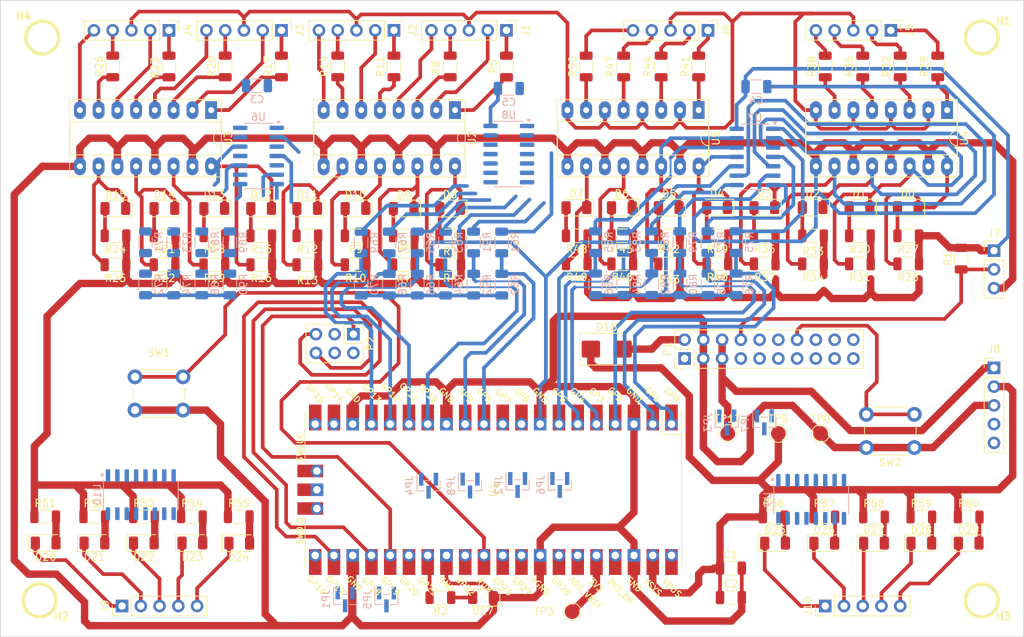
<source format=kicad_pcb>
(kicad_pcb (version 20240108) (generator "pcbnew") (generator_version "8.0")
  (layers (0 "F.Cu" signal) (31 "B.Cu" signal) (34 "B.Paste" user) (35 "F.Paste" user) (36 "B.SilkS" user "B.Silkscreen") (37 "F.SilkS" user "F.Silkscreen") (38 "B.Mask" user) (39 "F.Mask" user) (44 "Edge.Cuts" user))
  (net 0 "")
  (net 1 "+5V")
  (net 2 "GND")
  (net 3 "+3V3")
  (net 4 "Net-(D1-K)")
  (net 5 "Net-(D1-A)")
  (net 6 "Net-(D2-A)")
  (net 7 "Net-(D2-K)")
  (net 8 "Net-(D3-A)")
  (net 9 "Net-(D3-K)")
  (net 10 "Net-(D4-A)")
  (net 11 "Net-(D4-K)")
  (net 12 "Net-(D5-A)")
  (net 13 "Net-(D5-K)")
  (net 14 "Net-(D6-K)")
  (net 15 "Net-(D6-A)")
  (net 16 "Net-(D7-K)")
  (net 17 "Net-(D7-A)")
  (net 18 "Net-(D8-A)")
  (net 19 "Net-(D8-K)")
  (net 20 "Net-(D9-A)")
  (net 21 "Net-(D9-K)")
  (net 22 "Net-(D10-K)")
  (net 23 "Net-(D10-A)")
  (net 24 "Net-(D11-K)")
  (net 25 "Net-(D11-A)")
  (net 26 "Net-(D12-K)")
  (net 27 "Net-(D12-A)")
  (net 28 "Net-(D13-K)")
  (net 29 "Net-(D13-A)")
  (net 30 "Net-(D14-A)")
  (net 31 "Net-(D14-K)")
  (net 32 "Net-(D15-K)")
  (net 33 "Net-(D15-A)")
  (net 34 "Net-(D0-A)")
  (net 35 "Net-(D0-K)")
  (net 36 "Net-(D17-A)")
  (net 37 "Net-(D18-A)")
  (net 38 "Net-(D29-A)")
  (net 39 "/outputs/DirX")
  (net 40 "Net-(D20-A)")
  (net 41 "/outputs/DirY")
  (net 42 "/outputs/DirZ")
  (net 43 "Net-(D21-A)")
  (net 44 "/outputs/DirW")
  (net 45 "Net-(D22-A)")
  (net 46 "/outputs/Spare4")
  (net 47 "Net-(D23-A)")
  (net 48 "/outputs/Spare5")
  (net 49 "Net-(D24-A)")
  (net 50 "Net-(D25-A)")
  (net 51 "/outputs/Spare6")
  (net 52 "Net-(D26-A)")
  (net 53 "/outputs/Spare7")
  (net 54 "Net-(D27-A)")
  (net 55 "/outputs/Spare8")
  (net 56 "/outputs/Spare9")
  (net 57 "Net-(D28-A)")
  (net 58 "Net-(J1-Pin_1)")
  (net 59 "Net-(J1-Pin_2)")
  (net 60 "Net-(J1-Pin_4)")
  (net 61 "/inputs/COM")
  (net 62 "Net-(J1-Pin_5)")
  (net 63 "Net-(J2-Pin_4)")
  (net 64 "Net-(J2-Pin_1)")
  (net 65 "Net-(J2-Pin_5)")
  (net 66 "Net-(J2-Pin_2)")
  (net 67 "Net-(J3-Pin_4)")
  (net 68 "Net-(J3-Pin_1)")
  (net 69 "Net-(J3-Pin_2)")
  (net 70 "Net-(J3-Pin_5)")
  (net 71 "Net-(J4-Pin_1)")
  (net 72 "Net-(J4-Pin_5)")
  (net 73 "Net-(J4-Pin_2)")
  (net 74 "Net-(J4-Pin_4)")
  (net 75 "Net-(J5-Pin_1)")
  (net 76 "Net-(J5-Pin_2)")
  (net 77 "Net-(J5-Pin_5)")
  (net 78 "Net-(J5-Pin_4)")
  (net 79 "Net-(J6-Pin_1)")
  (net 80 "Net-(J6-Pin_2)")
  (net 81 "Net-(J6-Pin_4)")
  (net 82 "Net-(J6-Pin_5)")
  (net 83 "Net-(J7-Pin_2)")
  (net 84 "Net-(J8-Pin_5)")
  (net 85 "Net-(J8-Pin_4)")
  (net 86 "+12V")
  (net 87 "Net-(JP1-C)")
  (net 88 "Net-(JP1-B)")
  (net 89 "/inputs/DIN6")
  (net 90 "Net-(JP2-C)")
  (net 91 "/inputs/DIN7")
  (net 92 "Net-(JP2-B)")
  (net 93 "Net-(JP3-B)")
  (net 94 "Net-(JP3-C)")
  (net 95 "/inputs/DIN14")
  (net 96 "Net-(JP4-B)")
  (net 97 "/inputs/DIN15")
  (net 98 "Net-(JP4-C)")
  (net 99 "/uC/CIAA_GPIO5")
  (net 100 "/outputs/DOUT6")
  (net 101 "/outputs/DOUT7")
  (net 102 "/uC/CIAA_GPIO6")
  (net 103 "/uC/CIAA_GPIO4")
  (net 104 "/outputs/DOUT8")
  (net 105 "/uC/CIAA_GPIO9")
  (net 106 "/outputs/DOUT9")
  (net 110 "/outputs/DOUT5")
  (net 113 "/uC/IRQ_TO_REMA")
  (net 114 "/outputs/DOUT4")
  (net 115 "Net-(P1-Pin_14)")
  (net 117 "/uC/SPI_CS")
  (net 119 "/uC/SPI_MISO")
  (net 120 "/uC/SPI_MOSI")
  (net 121 "/uC/SPI_SCK")
  (net 122 "/uC/SPI_ERR")
  (net 123 "Net-(R5-Pad1)")
  (net 124 "Net-(R8-Pad1)")
  (net 125 "Net-(R11-Pad1)")
  (net 126 "Net-(R14-Pad1)")
  (net 127 "Net-(R17-Pad1)")
  (net 128 "Net-(R20-Pad1)")
  (net 129 "Net-(R23-Pad1)")
  (net 130 "Net-(R26-Pad1)")
  (net 131 "Net-(R29-Pad1)")
  (net 132 "Net-(R32-Pad1)")
  (net 133 "Net-(R35-Pad1)")
  (net 134 "Net-(R38-Pad1)")
  (net 135 "Net-(R41-Pad1)")
  (net 136 "Net-(R44-Pad1)")
  (net 137 "Net-(R47-Pad1)")
  (net 138 "Net-(R50-Pad1)")
  (net 139 "Net-(U1-RUN)")
  (net 140 "/inputs/DIN12")
  (net 141 "/inputs/DIN11")
  (net 143 "/outputs/DOUT1")
  (net 144 "/outputs/DOUT3")
  (net 145 "/inputs/DIN0")
  (net 146 "/inputs/DIN5")
  (net 147 "/inputs/DIN2")
  (net 148 "/inputs/DIN9")
  (net 150 "/inputs/DIN8")
  (net 151 "/inputs/DIN1")
  (net 153 "/inputs/DIN10")
  (net 159 "/outputs/DOUT0")
  (net 160 "/outputs/DOUT2")
  (net 161 "/inputs/DIN13")
  (net 163 "/inputs/DIN3")
  (net 166 "/inputs/DIN4")
  (net 172 "Net-(R61-Pad2)")
  (net 173 "Net-(R63-Pad2)")
  (net 174 "Net-(R65-Pad2)")
  (net 175 "Net-(R67-Pad2)")
  (net 176 "Net-(R69-Pad2)")
  (net 177 "Net-(R71-Pad2)")
  (net 178 "Net-(R73-Pad2)")
  (net 179 "Net-(R75-Pad2)")
  (net 180 "Net-(R77-Pad2)")
  (net 181 "Net-(R79-Pad2)")
  (net 182 "Net-(R81-Pad2)")
  (net 183 "Net-(R83-Pad2)")
  (net 184 "Net-(R85-Pad2)")
  (net 185 "Net-(R87-Pad2)")
  (net 186 "Net-(R89-Pad2)")
  (net 187 "Net-(R91-Pad2)")
  (footprint "LED_SMD:LED_1206_3216Metric" (layer "F.Cu") (at 70.5075 80.01 180)
    (property "Reference" "D14")
    (property "Value" "LedGreen" (hide yes))
  )
  (footprint "Resistor_SMD:R_1206_3216Metric" (layer "F.Cu") (at 151.8225 83.705 180)
    (property "Reference" "R36")
    (property "Value" "330")
  )
  (footprint "Resistor_SMD:R_1206_3216Metric" (layer "F.Cu") (at 96.41 83.705 180)
    (property "Reference" "R9")
    (property "Value" "330")
  )
  (footprint "Resistor_SMD:R_1206_3216Metric" (layer "F.Cu") (at 67.734666 121.767261)
    (property "Reference" "R53")
    (property "Value" "330" (hide yes))
  )
  (footprint "Connector_PinHeader_2.54mm:PinHeader_1x05_P2.54mm_Vertical" (layer "F.Cu") (at 168.91 55.885 -90)
    (property "Reference" "J5")
    (property "Value" "X_Y_LIMITS")
  )
  (footprint "Resistor_SMD:R_1206_3216Metric" (layer "F.Cu") (at 77.2775 87.63 180)
    (property "Reference" "R19")
    (property "Value" "1k")
  )
  (footprint "Resistor_SMD:R_1206_3216Metric" (layer "F.Cu") (at 138.8725 83.705 180)
    (property "Reference" "R42")
    (property "Value" "330")
  )
  (footprint "Resistor_SMD:R_1206_3216Metric" (layer "F.Cu") (at 78.74 60.7675 90)
    (property "Reference" "R20")
    (property "Value" "330")
  )
  (footprint "LED_SMD:LED_1206_3216Metric" (layer "F.Cu") (at 171.205751 79.895 180)
    (property "Reference" "D0")
    (property "Value" "LedGreen" (hide yes))
  )
  (footprint "LED_SMD:LED_1206_3216Metric" (layer "F.Cu") (at 179.451 125.349)
    (property "Reference" "D29")
    (property "Value" "LedRed" (hide yes))
  )
  (footprint "LED_SMD:LED_1206_3216Metric" (layer "F.Cu") (at 173.0385 125.349)
    (property "Reference" "D28")
    (property "Value" "LedRed" (hide yes))
  )
  (footprint "LED_SMD:LED_1206_3216Metric" (layer "F.Cu") (at 164.663251 79.895 180)
    (property "Reference" "D1")
    (property "Value" "LedGreen" (hide yes))
  )
  (footprint "LED_SMD:LED_1206_3216Metric" (layer "F.Cu") (at 126.313251 79.895 180)
    (property "Reference" "D7")
    (property "Value" "LedGreen" (hide yes))
  )
  (footprint "Resistor_SMD:R_1206_3216Metric" (layer "F.Cu") (at 153.031 121.793)
    (property "Reference" "R56")
    (property "Value" "330")
  )
  (footprint "Connector_PinHeader_2.54mm:PinHeader_1x05_P2.54mm_Vertical" (layer "F.Cu") (at 101.6 55.875 -90)
    (property "Reference" "J2")
    (property "Value" "IN_Y")
  )
  (footprint "1pin" (layer "F.Cu") (at 53.594 133.096 180)
    (property "Reference" "H2")
    (property "Value" "4mm" (hide yes))
  )
  (footprint "Resistor_SMD:R_1206_3216Metric" (layer "F.Cu") (at 179.451 121.793)
    (property "Reference" "R60")
    (property "Value" "330")
  )
  (footprint "Resistor_SMD:R_1206_3216Metric" (layer "F.Cu") (at 170.18 60.7725 90)
    (property "Reference" "R32")
    (property "Value" "330")
  )
  (footprint "Resistor_SMD:R_1206_3216Metric" (layer "F.Cu") (at 70.5275 83.705 180)
    (property "Reference" "R21")
    (property "Value" "330")
  )
  (footprint "LED_SMD:LED_1206_3216Metric" (layer "F.Cu") (at 151.770751 79.895 180)
    (property "Reference" "D3")
    (property "Value" "LedGreen" (hide yes))
  )
  (footprint "Resistor_SMD:R_1206_3216Metric" (layer "F.Cu") (at 126.365 83.705 180)
    (property "Reference" "R48")
    (property "Value" "330")
  )
  (footprint "Resistor_SMD:R_1206_3216Metric" (layer "F.Cu") (at 54.356 121.767261)
    (property "Reference" "R51")
    (property "Value" "330")
  )
  (footprint "Resistor_SMD:R_1206_3216Metric" (layer "F.Cu") (at 89.8675 87.63 180)
    (property "Reference" "R13")
    (property "Value" "1k")
  )
  (footprint "LED_SMD:LED_1206_3216Metric" (layer "F.Cu") (at 83.6075 80.01 180)
    (property "Reference" "D12")
    (property "Value" "LedGreen" (hide yes))
  )
  (footprint "LED_SMD:LED_1206_3216Metric" (layer "F.Cu") (at 166.624 125.349)
    (property "Reference" "D27")
    (property "Value" "LedRed" (hide yes))
  )
  (footprint "Resistor_SMD:R_1206_3216Metric" (layer "F.Cu") (at 63.8775 87.63 180)
    (property "Reference" "R25")
    (property "Value" "1k")
  )
  (footprint "1pin" (layer "F.Cu") (at 181.2155 56.8565 180)
    (property "Reference" "H1")
    (property "Value" "4mm" (hide yes))
  )
  (footprint "Resistor_SMD:R_1206_3216Metric" (layer "F.Cu") (at 61.003666 121.767261)
    (property "Reference" "R52")
    (property "Value" "330")
  )
  (footprint "LED_SMD:LED_1206_3216Metric" (layer "F.Cu") (at 61.0285 125.323261)
    (property "Reference" "D21")
    (property "Value" "LedRed" (hide yes))
  )
  (footprint "Resistor_SMD:R_1206_3216Metric" (layer "F.Cu") (at 159.889 121.793)
    (property "Reference" "R57")
    (property "Value" "330")
  )
  (footprint "Resistor_SMD:R_1206_3216Metric" (layer "F.Cu") (at 158.365 83.705 180)
    (property "Reference" "R33")
    (property "Value" "330")
  )
  (footprint "Resistor_SMD:R_1206_3216Metric" (layer "F.Cu") (at 109.22 87.63 180)
    (property "Reference" "R4")
    (property "Value" "1k")
  )
  (footprint "Resistor_SMD:R_1206_3216Metric" (layer "F.Cu") (at 160.02 60.7725 90)
    (property "Reference" "R38")
    (property "Value" "330")
  )
  (footprint "LED_SMD:LED_1206_3216Metric" (layer "F.Cu") (at 67.715834 125.323261)
    (property "Reference" "D22")
    (property "Value" "LedRed" (hide yes))
  )
  (footprint "Resistor_SMD:R_1206_3216Metric" (layer "F.Cu") (at 86.36 60.7675 90)
    (property "Reference" "R17")
    (property "Value" "330")
  )
  (footprint "LED_SMD:LED_1206_3216Metric" (layer "F.Cu") (at 109.2 80.01 180)
    (property "Reference" "D8")
    (property "Value" "LedGreen" (hide yes))
  )
  (footprint "Resistor_SMD:R_1206_3216Metric" (layer "F.Cu") (at 132.5225 87.515 180)
    (property "Reference" "R46")
    (property "Value" "1k")
  )
  (footprint "LED_SMD:LED_1206_3216Metric" (layer "F.Cu") (at 89.8475 80.01 180)
    (property "Reference" "D11")
    (property "Value" "LedGreen" (hide yes))
  )
  (footprint "Resistor_SMD:R_1206_3216Metric" (layer "F.Cu") (at 89.8675 83.705 180)
    (property "Reference" "R12")
    (property "Value" "330")
  )
  (footprint "TestPoint:TestPoint_Pad_D2.0mm" (layer "F.Cu") (at 153.67 110.49)
    (property "Reference" "TP5")
    (property "Value" "TestPoint" (hide yes))
  )
  (footprint "Resistor_SMD:R_1206_3216Metric" (layer "F.Cu") (at 126.365 87.515 180)
    (property "Reference" "R49")
    (property "Value" "1k")
  )
  (footprint "Resistor_SMD:R_1206_3216Metric" (layer "F.Cu") (at 71.12 60.7725 90)
    (property "Reference" "R23")
    (property "Value" "330")
  )
  (footprint "Resistor_SMD:R_1206_3216Metric" (layer "F.Cu") (at 80.574 121.763)
    (property "Reference" "R55")
    (property "Value" "330")
  )
  (footprint "MCU_RaspberryPi_and_Boards:RPi_Pico_SMD_TH" (layer "F.Cu") (at 115.062 118.11 -90)
    (property "Reference" "U1")
    (property "Value" "RPi-Pico")
  )
  (footprint "Resistor_SMD:R_1206_3216Metric" (layer "F.Cu") (at 173.0385 121.793)
    (property "Reference" "R59")
    (property "Value" "330")
  )
  (footprint "Resistor_SMD:R_1206_3216Metric" (layer "F.Cu") (at 96.41 87.63 180)
    (property "Reference" "R10")
    (property "Value" "1k")
  )
  (footprint "Resistor_SMD:R_1206_3216Metric" (layer "F.Cu") (at 175.26 60.7725 90)
    (property "Reference" "R29")
    (property "Value" "330")
  )
  (footprint "Resistor_SMD:R_1206_3216Metric" (layer "F.Cu") (at 151.8225 87.515 180)
    (property "Reference" "R37")
    (property "Value" "1k")
  )
  (footprint "1pin" (layer "F.Cu") (at 181.2155 133.1065 180)
    (property "Reference" "H3")
    (property "Value" "4mm" (hide yes))
  )
  (footprint "Resistor_SMD:R_1206_3216Metric" (layer "F.Cu") (at 164.715 83.705 180)
    (property "Reference" "R30")
    (property "Value" "330")
  )
  (footprint "LED_SMD:LED_1206_3216Metric" (layer "F.Cu") (at 138.820751 79.895 180)
    (property "Reference" "D5")
    (property "Value" "LedGreen" (hide yes))
  )
  (footprint "Resistor_SMD:R_1206_3216Metric" (layer "F.Cu") (at 164.715 87.515 180)
    (property "Reference" "R31")
    (property "Value" "1k")
  )
  (footprint "Connector_PinHeader_2.54mm:PinHeader_1x05_P2.54mm_Vertical" (layer "F.Cu") (at 86.36 55.88 -90)
    (property "Reference" "J3")
    (property "Value" "IN_Z")
  )
  (footprint "Button_Switch_THT:SW_PUSH_6mm" (layer "F.Cu") (at 66.525 102.815)
    (property "Reference" "SW1")
    (property "Value" "PICO-RST")
  )
  (footprint "Resistor_SMD:R_1206_3216Metric" (layer "F.Cu") (at 70.5275 87.63 180)
    (property "Reference" "R22")
    (property "Value" "1k")
  )
  (footprint "Connector_PinHeader_2.54mm:PinHeader_1x05_P2.54mm_Vertical" (layer "F.Cu") (at 144.14 55.885 -90)
    (property "Reference" "J6")
    (property "Value" "Z_W_LIMITS")
  )
  (footprint "LED_SMD:LED_1206_3216Metric" (layer "F.Cu") (at 74.292 125.323261)
    (property "Reference" "D23")
    (property "Value" "LedRed" (hide yes))
  )
  (footprint "Resistor_SMD:R_1206_3216Metric" (layer "F.Cu") (at 63.5 60.7675 90)
    (property "Reference" "R26")
    (property "Value" "330")
  )
  (footprint "Button_Switch_THT:SW_PUSH_6mm" (layer "F.Cu") (at 172.085 112.395 180)
    (property "Reference" "SW2")
    (property "Value" "SW_Push")
  )
  (footprint "Package_DIP:DIP-16_W7.62mm_Socket_LongPads" (layer "F.Cu") (at 109.865 66.685 -90)
    (property "Reference" "U2")
    (property "Value" "LTV-847S")
  )
  (footprint "LED_SMD:LED_1206_3216Metric" (layer "F.Cu") (at 96.39 80.01 180)
    (property "Reference" "D10")
    (property "Value" "LedGreen" (hide yes))
  )
  (footprint "Resistor_SMD:R_1206_3216Metric" (layer "F.Cu") (at 77.2775 83.705 180)
    (property "Reference" "R18")
    (property "Value" "330")
  )
  (footprint "Capacitor_SMD:C_1206_3216Metric" (layer "F.Cu") (at 147.242 128.73)
    (property "Reference" "C1")
    (property "Value" "330n")
  )
  (footprint "Connector_PinHeader_2.54mm:PinHeader_2x10_P2.54mm_Vertical" (layer "F.Cu") (at 140.97 100.33 90)
    (property "Reference" "P1")
    (property "Value" "Conn_02x10_Odd_Even" (hide yes))
  )
  (footprint "LED_SMD:LED_1206_3216Metric" (layer "F.Cu") (at 54.4245 125.323261)
    (property "Reference" "D20")
    (property "Value" "LedRed" (hide yes))
  )
  (footprint "Resistor_SMD:R_1206_3216Metric" (layer "F.Cu") (at 145.415 83.705 180)
    (property "Reference" "R39")
    (property "Value" "330")
  )
  (footprint "Resistor_SMD:R_1206_3216Metric" (layer "F.Cu") (at 178.435 86.8025 90)
    (property "Reference" "R1")
    (property "Value" "4K7")
  )
  (footprint "Resistor_SMD:R_1206_3216Metric" (layer "F.Cu") (at 101.6 60.7675 90)
    (property "Reference" "R11")
    (property "Value" "330")
  )
  (footprint "Resistor_SMD:R_1206_3216Metric" (layer "F.Cu") (at 109.22 83.705 180)
    (property "Reference" "R3")
    (property "Value" "330")
  )
  (footprint "Connector_PinHeader_2.54mm:PinHeader_1x05_P2.54mm_Vertical" (layer "F.Cu") (at 71.12 55.88 -90)
    (property "Reference" "J4")
    (property "Value" "IN_W")
  )
  (footprint "Capacitor_SMD:C_1206_3216Metric" (layer "F.Cu") (at 147.242 132.715)
    (property "Reference" "C2")
    (property "Value" "100n")
  )
  (footprint "Connector_PinHeader_2.54mm:PinHeader_1x05_P2.54mm_Vertical" (layer "F.Cu") (at 160.02 133.858 90)
    (property "Reference" "J10")
    (property "Value" "DOUT_5-9")
  )
  (footprint "Connector_PinHeader_2.54mm:PinHeader_1x03_P2.54mm_Vertical" (layer "F.Cu") (at 182.88 85.725)
    (property "Reference" "J7")
    (property "Value" "1W")
  )
  (footprint "Resistor_SMD:R_1206_3216Metric" (layer "F.Cu") (at 127.635 60.7725 90)
    (property "Reference" "R50")
    (property "Value" "330")
  )
  (footprint "LED_SMD:LED_1206_3216Metric" (layer "F.Cu") (at 102.917813 80.01 180)
    (property "Reference" "D9")
    (property "Value" "LedGreen" (hide yes))
  )
  (footprint "LED_SMD:LED_1206_3216Metric" (layer "F.Cu") (at 158.313251 79.895 180)
    (property "Reference" "D2")
    (property "Value" "LedGreen" (hide yes))
  )
  (footprint "1pin" (layer "F.Cu") (at 53.9655 56.8565 180)
    (property "Reference" "H4")
    (property "Value" "4mm" (hide yes))
  )
  (footprint "Package_DIP:DIP-16_W7.62mm_Socket_LongPads" (layer "F.Cu") (at 76.835 66.685 -90)
    (property "Reference" "U3")
    (property "Value" "LTV-847S")
  )
  (footprint "Resistor_SMD:R_1206_3216Metric" (layer "F.Cu") (at 171.2575 83.705 180)
    (property "Reference" "R27")
    (property "Value" "330")
  )
  (footprint "Resistor_SMD:R_1206_3216Metric" (layer "F.Cu") (at 63.8775 83.705 180)
    (property "Reference" "R24")
    (property "Value" "330")
  )
  (footprint "Resistor_SMD:R_1206_3216Metric" (layer "F.Cu") (at 158.365 87.515 180)
    (property "Reference" "R34")
    (property "Value" "1k")
  )
  (footprint "Resistor_SMD:R_1206_3216Metric" (layer "F.Cu") (at 102.937813 87.63 180)
    (property "Reference" "R7")
    (property "Value" "1k")
  )
  (footprint "LED_SMD:LED_1206_3216Metric" (layer "F.Cu") (at 80.642 125.349)
    (property "Reference" "D24")
    (property "Value" "LedRed" (hide yes))
  )
  (footprint "TestPoint:TestPoint_Pad_D2.0mm" (layer "F.Cu") (at 159.385 110.49)
    (property "Reference" "TP0")
    (property "Value" "TestPoint" (hide yes))
  )
  (footprint "Resistor_SMD:R_1206_3216Metric" (layer "F.Cu") (at 107.8875 132.715 180)
    (property "Reference" "R2")
    (property "Value" "330")
  )
  (footprint "Connector_PinHeader_2.54mm:PinHeader_1x05_P2.54mm_Vertical" (layer "F.Cu") (at 182.88 101.6)
    (property "Reference" "J8")
    (property "Value" "Conn_01x05" (hide yes))
  )
  (footprint "Package_DIP:DIP-16_W7.62mm_Socket_LongPads" (layer "F.Cu") (at 142.875 66.685 -90)
    (property "Reference" "U5")
    (property "Value" "LTV-847S")
  )
  (footprint "Resistor_SMD:R_1206_3216Metric" (layer "F.Cu") (at 83.6275 83.705 180)
    (property "Reference" "R15")
    (property "Value" "330")
  )
  (footprint "LED_SMD:LED_1206_3216Metric" (layer "F.Cu") (at 63.8575 80.01 180)
    (property "Reference" "D15")
    (property "Value" "LedGreen" (hide yes))
  )
  (footprint "Resistor_SMD:R_1206_3216Metric" (layer "F.Cu") (at 137.795 60.7725 90)
    (property "Reference" "R44")
    (property "Value" "330")
  )
  (footprint "Resistor_SMD:R_1206_3216Metric" (layer "F.Cu") (at 116.84 60.7675 90)
    (property "Reference" "R5")
    (property "Value" "330")
  )
  (footprint "Resistor_SMD:R_1206_3216Metric" (layer "F.Cu") (at 145.415 87.515 180)
    (property "Reference" "R40")
    (property "Value" "1k")
  )
  (footprint "Resistor_SMD:R_1206_3216Metric" (layer "F.Cu") (at 171.2575 87.515 180)
    (property "Reference" "R28")
    (property "Value" "1k")
  )
  (footprint "Connector_PinHeader_2.54mm:PinHeader_2x03_P2.54mm_Vertical" (layer "F.Cu") (at 96.105366 97.036905 -90)
    (property "Reference" "P2")
    (property "Value" "~")
  )
  (footprint "Resistor_SMD:R_1206_3216Metric" (layer "F.Cu") (at 132.715 60.7725 90)
    (property "Reference" "R47")
    (property "Value" "330")
  )
  (footprint "Resistor_SMD:R_1206_3216Metric" (layer "F.Cu") (at 93.98 60.7675 90)
    (property "Reference" "R14")
    (property "Value" "330")
  )
  (footprint "Resistor_SMD:R_1206_3216Metric" (layer "F.Cu") (at 138.8725 87.515 180)
    (property "Reference" "R43")
    (property "Value" "1k")
  )
  (footprint "Resistor_SMD:R_1206_3216Metric" (layer "F.Cu") (at 132.5225 83.705 180)
    (property "Reference" "R45")
    (property "Value" "330")
  )
  (footprint "LED_SMD:LED_1206_3216Metric" (layer "F.Cu") (at 153.2235 125.349)
    (property "Reference" "D25")
    (property "Value" "LedRed" (hide yes))
  )
  (footprint "Diode_SMD:D_SMB" (layer "F.Cu") (at 130.42 99.06)
    (property "Reference" "D18")
    (property "Value" "B240")
  )
  (footprint "Resistor_SMD:R_1206_3216Metric" (layer "F.Cu") (at 102.937813 83.705 180)
    (property "Reference" "R6")
    (property "Value" "330")
  )
  (footprint "LED_SMD:LED_1206_3216Metric" (layer "F.Cu") (at 132.470751 79.895 180)
    (property "Reference" "D6")
    (property "Value" "LedGreen" (hide yes))
  )
  (footprint "Resistor_SMD:R_1206_3216Metric" (layer "F.Cu") (at 165.1 60.7725 90)
    (property "Reference" "R35")
    (property "Value" "330")
  )
  (footprint "Resistor_SMD:R_1206_3216Metric" (layer "F.Cu") (at 83.6275 87.63 180)
    (property "Reference" "R16")
    (property "Value" "1k")
  )
  (footprint "Resistor_SMD:R_1206_3216Metric" (layer "F.Cu") (at 142.875 60.7725 90)
    (property "Reference" "R41")
    (property "Value" "330")
  )
  (footprint "LED_SMD:LED_1206_3216Metric" (layer "F.Cu") (at 145.363251 79.895 180)
    (property "Reference" "D4")
    (property "Value" "LedGreen" (hide yes))
  )
  (footprint "Package_DIP:DIP-16_W7.62mm_Socket_LongPads" (layer "F.Cu") (at 176.53 66.685 -90)
    (property "Reference" "U4")
    (property "Value" "LTV-847S")
  )
  (footprint "Connector_PinHeader_2.54mm:PinHeader_1x05_P2.54mm_Vertical" (layer "F.Cu") (at 116.84 55.875 -90)
    (property "Reference" "J1")
    (property "Value" "IN_X")
  )
  (footprint "TestPoint:TestPoint_Pad_D2.0mm" (layer "F.Cu") (at 125.73 134.62)
    (property "Reference" "TP3")
    (property "Value" "TestPoint" (hide yes))
  )
  (footprint "Resistor_SMD:R_1206_3216Metric" (layer "F.Cu") (at 109.22 60.7675 90)
    (property "Reference" "R8")
    (property "Value" "330")
  )
  (footprint "Connector_PinHeader_2.54mm:PinHeader_1x05_P2.54mm_Vertical" (layer "F.Cu") (at 64.77 133.858 90)
    (property "Reference" "J9")
    (property "Value" "DOUT_0-4")
  )
  (footprint "Resistor_SMD:R_1206_3216Metric" (layer "F.Cu") (at 166.624 121.793)
    (property "Reference" "R58")
    (property "Value" "330")
  )
  (footprint "LED_SMD:LED_1206_3216Metric" (layer "F.Cu") (at 77.2575 80.01 180)
    (property "Reference" "D13")
    (property "Value" "LedGreen" (hide yes))
  )
  (footprint "LED_SMD:LED_1206_3216Metric" (layer "F.Cu") (at 113.665 132.715 180)
    (property "Reference" "D17")
    (property "Value" "SPI_ERR")
  )
  (footprint "Resistor_SMD:R_1206_3216Metric" (layer "F.Cu") (at 74.2275 121.767261)
    (property "Reference" "R54")
    (property "Value" "330")
  )
  (footprint "TestPoint:TestPoint_Pad_D2.0mm" (layer "F.Cu") (at 146.812 110.49)
    (property "Reference" "TP12")
    (property "Value" "TestPoint" (hide yes))
  )
  (footprint "LED_SMD:LED_1206_3216Metric" (layer "F.Cu") (at 159.889 125.349)
    (property "Reference" "D26")
    (property "Value" "LedRed" (hide yes))
  )
  (footprint "Package_SO:SO-16_3.9x9.9mm_P1.27mm" (layer "B.Cu") (at 158.115 119.415 -90)
    (property "Reference" "U9")
    (property "Value" "ULN2004")
  )
  (footprint "Resistor_SMD:R_1206_3216Metric" (layer "B.Cu") (at 97.14279 84.612293 90)
    (property "Reference" "R69")
    (property "Value" "100k")
  )
  (footprint "Capacitor_SMD:C_1206_3216Metric" (layer "B.Cu") (at 150.7 63.5)
    (property "Reference" "C4")
    (property "Value" "100n")
  )
  (footprint "Resistor_SMD:R_1206_3216Metric" (layer "B.Cu") (at 140.308638 84.57 90)
    (property "Reference" "R79")
    (property "Value" "100k")
  )
  (footprint "Capacitor_SMD:C_1206_3216Metric" (layer "B.Cu") (at 117.156 63.754)
    (property "Reference" "C5")
    (property "Value" "100n")
  )
  (footprint "Resistor_SMD:R_1206_3216Metric" (layer "B.Cu") (at 104.76279 84.612293 90)
    (property "Reference" "R65")
    (property "Value" "100k")
  )
  (footprint "Resistor_SMD:R_1206_3216Metric" (layer "B.Cu") (at 108.57279 84.612293 90)
    (property "Reference" "R63")
    (property "Value" "100k")
  )
  (footprint "Resistor_SMD:R_1206_3216Metric" (layer "B.Cu") (at 75.565 90.298098 90)
    (property "Reference" "R88")
    (property "Value" "220k")
  )
  (footprint "Resistor_SMD:R_1206_3216Metric" (layer "B.Cu") (at 144.145 90.285 90)
    (property "Reference" "R78")
    (property "Value" "220k")
  )
  (footprint "Resistor_SMD:R_1206_3216Metric" (layer "B.Cu") (at 132.715 90.285 90)
    (property "Reference" "R84")
    (property "Value" "220k")
  )
  (footprint "Resistor_SMD:R_1206_3216Metric" (layer "B.Cu") (at 79.375 90.298098 90)
    (property "Reference" "R90")
    (property "Value" "220k")
  )
  (footprint "Package_SO:SOIC-14_3.9x8.7mm_P1.27mm" (layer "B.Cu") (at 150.495 73.025 180)
    (property "Reference" "U7")
    (property "Value" "74HC14")
  )
  (footprint "Resistor_SMD:R_1206_3216Metric" (layer "B.Cu") (at 144.118638 84.57 90)
    (property "Reference" "R77")
    (property "Value" "100k")
  )
  (footprint "Connector_PinHeader_1.00mm:PinHeader_1x03_P1.00mm_Vertical_SMD_Pin1Left" (layer "B.Cu") (at 111.903 117.547861 -90)
    (property "Reference" "JP8")
    (property "Value" "Jumper_3_Bridged12" (hide yes))
  )
  (footprint "Connector_PinHeader_1.00mm:PinHeader_1x03_P1.00mm_Vertical_SMD_Pin1Left" (layer "B.Cu") (at 94.98 132.955 -90)
    (property "Reference" "JP1")
    (property "Value" "Jumper_3_Bridged12" (hide yes))
  )
  (footprint "Resistor_SMD:R_1206_3216Metric" (layer "B.Cu") (at 67.945 84.583098 90)
    (property "Reference" "R71")
    (property "Value" "100k")
  )
  (footprint "Package_SO:SO-16_3.9x9.9mm_P1.27mm" (layer "B.Cu") (at 67.31 118.78 -90)
    (property "Reference" "U10")
    (property "Value" "ULN2004")
  )
  (footprint "Resistor_SMD:R_1206_3216Metric" (layer "B.Cu") (at 128.905 90.285 90)
    (property "Reference" "R86")
    (property "Value" "220k")
  )
  (footprint "Resistor_SMD:R_1206_3216Metric" (layer "B.Cu") (at 147.955 90.285 90)
    (property "Reference" "R76")
    (property "Value" "220k")
  )
  (footprint "Resistor_SMD:R_1206_3216Metric" (layer "B.Cu") (at 136.498638 84.57 90)
    (property "Reference" "R81")
    (property "Value" "100k")
  )
  (footprint "Connector_PinHeader_1.00mm:PinHeader_1x03_P1.00mm_Vertical_SMD_Pin1Left" (layer "B.Cu") (at 118.348 117.461 -90)
    (property "Reference" "JP2")
    (property "Value" "Jumper_3_Bridged12" (hide yes))
  )
  (footprint "Resistor_SMD:R_1206_3216Metric" (layer "B.Cu") (at 75.565 84.583098 90)
    (property "Reference" "R87")
    (property "Value" "100k")
  )
  (footprint "Connector_PinHeader_1.00mm:PinHeader_1x03_P1.00mm_Vertical_SMD_Pin1Left" (layer "B.Cu") (at 106.283 117.566447 -90)
    (property "Reference" "JP4")
    (property "Value" "Jumper_3_Bridged12" (hide yes))
  )
  (footprint "Connector_PinHeader_1.00mm:PinHeader_1x03_P1.00mm_Vertical_SMD_Pin1Left" (layer "B.Cu") (at 124.063 117.461 -90)
    (property "Reference" "JP6")
    (property "Value" "Jumper_3_Bridged12" (hide yes))
  )
  (footprint "Connector_PinHeader_1.00mm:PinHeader_1x03_P1.00mm_Vertical_SMD_Pin1Left" (layer "B.Cu") (at 146.685 108.98 -90)
    (property "Reference" "JP3")
    (property "Value" "Jumper_3_Bridged12" (hide yes))
  )
  (footprint "Resistor_SMD:R_1206_3216Metric" (layer "B.Cu") (at 136.525 90.285 90)
    (property "Reference" "R82")
    (property "Value" "220k")
  )
  (footprint "Capacitor_SMD:C_1206_3216Metric" (layer "B.Cu") (at 83.042 63.373)
    (property "Reference" "C3")
    (property "Value" "100n")
  )
  (footprint "Resistor_SMD:R_1206_3216Metric" (layer "B.Cu") (at 104.775 90.327293 90)
    (property "Reference" "R66")
    (property "Value" "220k")
  )
  (footprint "Resistor_SMD:R_1206_3216Metric" (layer "B.Cu") (at 71.755 84.583098 90)
    (property "Reference" "R73")
    (property "Value" "100k")
  )
  (footprint "Connector_PinHeader_1.00mm:PinHeader_1x03_P1.00mm_Vertical_SMD_Pin1Left" (layer "B.Cu") (at 151.765 108.98 -90)
    (property "Reference" "JP7")
    (property "Value" "Jumper_3_Bridged12" (hide yes))
  )
  (footprint "Resistor_SMD:R_1206_3216Metric" (layer "B.Cu") (at 97.155 90.327293 90)
    (property "Reference" "R70")
    (property "Value" "220k")
  )
  (footprint "Resistor_SMD:R_1206_3216Metric" (layer "B.Cu") (at 79.375 84.583098 90)
    (property "Reference" "R89")
    (property "Value" "100k")
  )
  (footprint "Resistor_SMD:R_1206_3216Metric" (layer "B.Cu") (at 112.38279 84.612293 90)
    (property "Reference" "R91")
    (property "Value" "100k")
  )
  (footprint "Resistor_SMD:R_1206_3216Metric" (layer "B.Cu") (at 116.19279 84.612293 90)
    (property "Reference" "R61")
    (property "Value" "100k")
  )
  (footprint "Resistor_SMD:R_1206_3216Metric" (layer "B.Cu") (at 128.878638 84.57 90)
    (property "Reference" "R85")
    (property "Value" "100k")
  )
  (footprint "Resistor_SMD:R_1206_3216Metric" (layer "B.Cu") (at 71.755 90.298098 90)
    (property "Reference" "R74")
    (property "Value" "220k")
  )
  (footprint "Package_SO:SOIC-14_3.9x8.7mm_P1.27mm" (layer "B.Cu") (at 83.247 72.898 180)
    (property "Reference" "U6")
    (property "Value" "74HC14")
  )
  (footprint "Resistor_SMD:R_1206_3216Metric" (layer "B.Cu") (at 67.945 90.298098 90)
    (property "Reference" "R72")
    (property "Value" "220k")
  )
  (footprint "Resistor_SMD:R_1206_3216Metric" (layer "B.Cu") (at 116.205 90.327293 90)
    (property "Reference" "R62")
    (property "Value" "220k")
  )
  (footprint "Resistor_SMD:R_1206_3216Metric" (layer "B.Cu") (at 147.928638 84.57 90)
    (property "Reference" "R75")
    (property "Value" "100k")
  )
  (footprint "Resistor_SMD:R_1206_3216Metric" (layer "B.Cu") (at 100.95279 84.612293 90)
    (property "Reference" "R67")
    (property "Value" "100k")
  )
  (footprint "Resistor_SMD:R_1206_3216Metric" (layer "B.Cu") (at 132.688638 84.57 90)
    (property "Reference" "R83")
    (property "Value" "100k")
  )
  (footprint "Connector_PinHeader_1.00mm:PinHeader_1x03_P1.00mm_Vertical_SMD_Pin1Left" (layer "B.Cu") (at 100.584107 132.96191 -90)
    (property "Reference" "JP5")
    (property "Value" "Jumper_3_Bridged12" (hide yes))
  )
  (footprint "Resistor_SMD:R_1206_3216Metric" (layer "B.Cu") (at 112.395 90.327293 90)
    (property "Reference" "R92")
    (property "Value" "1k")
  )
  (footprint "Package_SO:SOIC-14_3.9x8.7mm_P1.27mm" (layer "B.Cu") (at 117.156 72.644 180)
    (property "Reference" "U8")
    (property "Value" "74HC14")
  )
  (footprint "Resistor_SMD:R_1206_3216Metric" (layer "B.Cu") (at 108.585 90.327293 90)
    (property "Reference" "R64")
    (property "Value" "220k")
  )
  (footprint "Resistor_SMD:R_1206_3216Metric" (layer "B.Cu") (at 140.335 90.285 90)
    (property "Reference" "R80")
    (property "Value" "220k")
  )
  (footprint "Resistor_SMD:R_1206_3216Metric" (layer "B.Cu") (at 100.965 90.327293 90)
    (property "Reference" "R68")
    (property "Value" "220k")
  )
  (gr_line (start 48.2845 138.0335) (end 186.8845 138.0335) (stroke (width 0.1)) (layer "Edge.Cuts"))
  (gr_line (start 48.2845 51.8365) (end 48.2845 138.0335) (stroke (width 0.1)) (layer "Edge.Cuts"))
  (gr_line (start 48.301639 51.819557) (end 186.901639 51.819557) (stroke (width 0.1)) (layer "Edge.Cuts"))
  (gr_line (start 186.862875 51.835914) (end 186.862875 138.032914) (stroke (width 0.1)) (layer "Edge.Cuts"))
  (segment (start 184.785 104.14) (end 185.42 104.775) (width 1) (layer "F.Cu") (net 1))
  (segment (start 145.767 128.73) (end 145.767 132.715) (width 0.5) (layer "F.Cu") (net 1))
  (segment (start 78.74 83.705) (end 78.74 87.63) (width 1) (layer "F.Cu") (net 1))
  (segment (start 139.319 92.202) (end 134.747 92.202) (width 1) (layer "F.Cu") (net 1))
  (segment (start 151.5685 121.793) (end 146.812 121.793) (width 1) (layer "F.Cu") (net 1))
  (segment (start 64.77 117.475) (end 58.42 117.475) (width 1) (layer "F.Cu") (net 1))
  (segment (start 147.705 92.075) (end 146.8775 91.2475) (width 1) (layer "F.Cu") (net 1))
  (segment (start 104.400313 89.535) (end 103.765313 90.17) (width 1) (layer "F.Cu") (net 1))
  (segment (start 153.285 89.535) (end 153.285 91.317) (width 1) (layer "F.Cu") (net 1))
  (segment (start 52.8935 112.2025) (end 54.61 110.486) (width 1) (layer "F.Cu") (net 1))
  (segment (start 164.465 118.11) (end 157.48 118.11) (width 1) (layer "F.Cu") (net 1))
  (segment (start 172.72 89.535) (end 172.72 91.313) (width 1) (layer "F.Cu") (net 1))
  (segment (start 110.6825 87.63) (end 110.6825 89.3425) (width 1) (layer "F.Cu") (net 1))
  (segment (start 153.285 83.705) (end 153.285 87.515) (width 1) (layer "F.Cu") (net 1))
  (segment (start 110.6825 83.705) (end 110.6825 87.63) (width 1) (layer "F.Cu") (net 1))
  (segment (start 172.72 91.313) (end 171.958 92.075) (width 1) (layer "F.Cu") (net 1))
  (segment (start 65.34 89.6) (end 65.34 87.63) (width 1) (layer "F.Cu") (net 1))
  (segment (start 54.61 110.486) (end 54.61 94.615) (width 1) (layer "F.Cu") (net 1))
  (segment (start 153.67 114.3) (end 151.13 116.84) (width 1) (layer "F.Cu") (net 1))
  (segment (start 58.42 117.475) (end 52.8935 117.475) (width 1) (layer "F.Cu") (net 1))
  (segment (start 78.105 117.475) (end 71.12 117.475) (width 1) (layer "F.Cu") (net 1))
  (segment (start 90.695 90.17) (end 85.725 90.17) (width 1) (layer "F.Cu") (net 1))
  (segment (start 171.576 118.871) (end 170.815 118.11) (width 1) (layer "F.Cu") (net 1))
  (segment (start 172.72 83.705) (end 172.72 87.515) (width 1) (layer "F.Cu") (net 1))
  (segment (start 144.78 128.905) (end 144.955 128.73) (width 1) (layer "F.Cu") (net 1))
  (segment (start 152.4 118.11) (end 151.5685 118.9415) (width 1) (layer "F.Cu") (net 1))
  (segment (start 158.4265 121.793) (end 158.4265 119.0565) (width 1) (layer "F.Cu") (net 1))
  (segment (start 136.652 130.937) (end 137.795 132.08) (width 1) (layer "F.Cu") (net 1))
  (segment (start 166.874 92.075) (end 166.1775 91.3785) (width 1) (layer "F.Cu") (net 1))
  (segment (start 137.795 101.6) (end 141.605 105.41) (width 1) (layer "F.Cu") (net 1))
  (segment (start 136.652 127) (end 136.652 130.937) (width 1) (layer "F.Cu") (net 1))
  (segment (start 182.88 104.14) (end 184.785 104.14) (width 1) (layer "F.Cu") (net 1))
  (segment (start 137.795 132.08) (end 141.605 132.08) (width 1) (layer "F.Cu") (net 1))
  (segment (start 144.955 128.73) (end 145.767 128.73) (width 1) (layer "F.Cu") (net 1))
  (segment (start 153.285 91.317) (end 152.527 92.075) (width 1) (layer "F.Cu") (net 1))
  (segment (start 160.905 92.202) (end 159.8275 91.1245) (width 1) (layer "F.Cu") (net 1))
  (segment (start 72.765 121.767261) (end 72.765 119.12) (width 1) (layer "F.Cu") (net 1))
  (segment (start 141.224 92.075) (end 140.335 91.186) (width 1) (layer "F.Cu") (net 1))
  (segment (start 59.055 90.17) (end 64.77 90.17) (width 1) (layer "F.Cu") (net 1))
  (segment (start 143.51 128.905) (end 144.78 128.905) (width 1) (layer "F.Cu") (net 1))
  (segment (start 177.9885 121.793) (end 177.9885 118.9335) (width 1) (layer "F.Cu") (net 1))
  (segment (start 146.8775 91.2475) (end 146.05 92.075) (width 1) (layer "F.Cu") (net 1))
  (segment (start 71.12 90.17) (end 65.975 90.17) (width 1) (layer "F.Cu") (net 1))
  (segment (start 141.605 132.08) (end 142.875 130.81) (width 1) (layer "F.Cu") (net 1))
  (segment (start 84.455 90.17) (end 79.375 90.17) (width 1) (layer "F.Cu") (net 1))
  (segment (start 85.09 87.63) (end 85.09 89.535) (width 1) (layer "F.Cu") (net 1))
  (segment (start 146.8775 89.535) (end 146.8775 91.2475) (width 1) (layer "F.Cu") (net 1))
  (segment (start 59.541166 121.767261) (end 59.541166 118.596166) (width 1) (layer "F.Cu") (net 1))
  (segment (start 104.400313 83.705) (end 104.400313 87.63) (width 1) (layer "F.Cu") (net 1))
  (segment (start 133.223 92.075) (end 133.985 91.313) (width 1) (layer "F.Cu") (net 1))
  (segment (start 180.717 85.34) (end 178.435 85.34) (width 1) (layer "F.Cu") (net 1))
  (segment (start 78.105 90.17) (end 73.26 90.17) (width 1) (layer "F.Cu") (net 1))
  (segment (start 133.985 91.313) (end 133.985 89.535) (width 1) (layer "F.Cu") (net 1))
  (segment (start 166.1775 91.3785) (end 165.354 92.202) (width 1) (layer "F.Cu") (net 1))
  (segment (start 158.4265 119.0565) (end 157.48 118.11) (width 1) (layer "F.Cu") (net 1))
  (segment (start 65.34 83.705) (end 65.34 87.63) (width 1) (layer "F.Cu") (net 1))
  (segment (start 128.905 101.6) (end 137.795 101.6) (width 1) (layer "F.Cu") (net 1))
  (segment (start 159.8275 87.515) (end 159.8275 89.1045) (width 1) (layer "F.Cu") (net 1))
  (segment (start 159.8275 83.705) (end 159.8275 87.515) (width 1) (layer "F.Cu") (net 1))
  (segment (start 97.2375 90.17) (end 91.965 90.17) (width 1) (layer "F.Cu") (net 1))
  (segment (start 158.877 92.075) (end 154.043 92.075) (width 1) (layer "F.Cu") (net 1))
  (segment (start 66.272166 121.767261) (end 66.272166 118.977166) (width 1) (layer "F.Cu") (net 1))
  (segment (start 127.8275 89.535) (end 127.8275 91.3785) (width 1) (layer "F.Cu") (net 1))
  (segment (start 153.67 110.49) (end 153.67 114.3) (width 1) (layer "F.Cu") (net 1))
  (segment (start 177.9885 118.9335) (end 177.165 118.11) (width 1) (layer "F.Cu") (net 1))
  (segment (start 176.895 85.34) (end 175.26 83.705) (width 1) (layer "F.Cu") (net 1))
  (segment (start 171.958 92.075) (end 166.874 92.075) (width 1) (layer "F.Cu") (net 1))
  (segment (start 165.354 92.202) (end 160.905 92.202) (width 1) (layer "F.Cu") (net 1))
  (segment (start 171.576 121.793) (end 171.576 118.871) (width 1) (layer "F.Cu") (net 1))
  (segment (start 140.335 89.535) (end 140.335 91.186) (width 1) (layer "F.Cu") (net 1))
  (segment (start 166.1775 89.535) (end 166.1775 91.3785) (width 1) (layer "F.Cu") (net 1))
  (segment (start 98.5075 90.17) (end 97.8725 89.535) (width 1) (layer "F.Cu") (net 1))
  (segment (start 128.27 100.965) (end 128.905 101.6) (width 1) (layer "F.Cu") (net 1))
  (segment (start 78.74 89.535) (end 78.105 90.17) (width 1) (layer "F.Cu") (net 1))
  (segment (start 127.8275 83.705) (end 127.8275 87.515) (width 1) (layer "F.Cu") (net 1))
  (segment (start 166.1775 83.705) (end 166.1775 87.515) (width 1) (layer "F.Cu") (net 1))
  (segment (start 140.335 83.705) (end 140.335 87.515) (width 1) (layer "F.Cu") (net 1))
  (segment (start 152.527 92.075) (end 147.705 92.075) (width 1) (layer "F.Cu") (net 1))
  (segment (start 145.767 122.838) (end 145.767 128.73) (width 1) (layer "F.Cu") (net 1))
  (segment (start 97.8725 83.705) (end 97.8725 87.63) (width 1) (layer "F.Cu") (net 1))
  (segment (start 181.102 85.725) (end 180.717 85.34) (width 1) (layer "F.Cu") (net 1))
  (segment (start 85.725 90.17) (end 85.09 89.535) (width 1) (layer "F.Cu") (net 1))
  (segment (start 165.1615 121.793) (end 165.1615 118.8065) (width 1) (layer "F.Cu") (net 1))
  (segment (start 97.8725 89.535) (end 97.8725 87.63) (width 1) (layer "F.Cu") (net 1))
  (segment (start 185.42 116.205) (end 183.515 118.11) (width 1) (layer "F.Cu") (net 1))
  (segment (start 127.8275 91.3785) (end 128.524 92.075) (width 1) (layer "F.Cu") (net 1))
  (segment (start 165.1615 118.8065) (end 164.465 118.11) (width 1) (layer "F.Cu") (net 1))
  (segment (start 134.747 92.202) (end 134.747 92.075) (width 1) (layer "F.Cu") (net 1))
  (segment (start 97.8725 89.535) (end 97.2375 90.17) (width 1) (layer "F.Cu") (net 1))
  (segment (start 142.875 130.81) (end 142.875 129.54) (width 1) (layer "F.Cu") (net 1))
  (segment (start 104.400313 89.160313) (end 104.400313 87.63) (width 1) (layer "F.Cu") (net 1))
  (segment (start 105.41 90.17) (end 104.400313 89.160313) (width 1) (layer "F.Cu") (net 1))
  (segment (start 91.33 83.705) (end 91.33 87.63) (width 1) (layer "F.Cu") (net 1))
  (segment (start 133.985 83.705) (end 133.985 87.515) (width 1) (layer "F.Cu") (net 1))
  (segment (start 54.61 94.615) (end 59.055 90.17) (width 1) (layer "F.Cu") (net 1))
  (segment (start 72.765 119.12) (end 71.12 117.475) (width 1) (layer "F.Cu") (net 1))
  (segment (start 91.965 90.17) (end 91.33 89.535) (width 1) (layer "F.Cu") (net 1))
  (segment (start 85.09 83.705) (end 85.09 87.63) (width 1) (layer "F.Cu") (net 1))
  (segment (start 85.09 89.535) (end 84.455 90.17) (width 1) (layer "F.Cu") (net 1))
  (segment (start 79.1115 118.4815) (end 78.105 117.475) (width 1) (layer "F.Cu") (net 1))
  (segment (start 146.05 92.075) (end 141.224 92.075) (width 1) (layer "F.Cu") (net 1))
  (segment (start 140.335 91.186) (end 139.319 92.202) (width 1) (layer "F.Cu") (net 1))
  (segment (start 79.375 90.17) (end 78.74 89.535) (width 1) (layer "F.Cu") (net 1))
  (segment (start 91.33 87.63) (end 91.33 89.535) (width 1) (layer "F.Cu") (net 1))
  (segment (start 65.975 90.17) (end 65.34 89.535) (width 1) (layer "F.Cu") (net 1))
  (segment (start 103.765313 90.17) (end 98.5075 90.17) (width 1) (layer "F.Cu") (net 1))
  (segment (start 146.8775 83.705) (end 146.8775 87.515) (width 1) (layer "F.Cu") (net 1))
  (segment (start 79.1115 121.763) (end 79.1115 118.4815) (width 1) (layer "F.Cu") (net 1))
  (segment (start 146.812 121.793) (end 145.767 122.838) (width 1) (layer "F.Cu") (net 1))
  (segment (start 170.815 118.11) (end 164.465 118.11) (width 1) (layer "F.Cu") (net 1))
  (segment (start 66.272166 118.977166) (end 64.77 117.475) (width 1) (layer "F.Cu") (net 1))
  (segment (start 159.8275 91.1245) (end 158.877 92.075) (width 1) (layer "F.Cu") (net 1))
  (segment (start 52.8935 121.767261) (end 52.8935 117.475) (width 1) (layer "F.Cu") (net 1))
  (segment (start 110.6825 89.3425) (end 109.855 90.17) (width 1) (layer "F.Cu") (net 1))
  (segment (start 59.541166 118.596166) (end 58.42 117.475) (width 1) (layer "F.Cu") (net 1))
  (segment (start 141.605 105.41) (end 141.605 113.665) (width 1) (layer "F.Cu") (net 1))
  (segment (start 128.524 92.075) (end 133.223 92.075) (width 1) (layer "F.Cu") (net 1))
  (segment (start 71.99 87.63) (end 71.99 89.3) (width 1) (layer "F.Cu") (net 1))
  (segment (start 151.13 116.84) (end 152.4 118.11) (width 1) (layer "F.Cu") (net 1))
  (segment (start 128.27 99.06) (end 128.27 100.965) (width 1) (layer "F.Cu") (net 1))
  (segment (start 185.42 104.775) (end 185.42 116.205) (width 1) (layer "F.Cu") (net 1))
  (segment (start 52.8935 117.475) (end 52.8935 112.2025) (width 1) (layer "F.Cu") (net 1))
  (segment (start 71.99 83.705) (end 71.99 87.63) (width 1) (layer "F.Cu") (net 1))
  (segment (start 151.5685 118.9415) (end 151.5685 121.793) (width 1) (layer "F.Cu") (net 1))
  (segment (start 157.48 118.11) (end 152.4 118.11) (width 1) (layer "F.Cu") (net 1))
  (segment (start 73.26 90.17) (end 71.99 88.9) (width 1) (layer "F.Cu") (net 1))
  (segment (start 78.74 87.63) (end 78.74 89.535) (width 1) (layer "F.Cu") (net 1))
  (segment (start 91.33 89.535) (end 90.695 90.17) (width 1) (layer "F.Cu") (net 1))
  (segment (start 142.875 129.54) (end 143.51 128.905) (width 1) (layer "F.Cu") (net 1))
  (segment (start 177.165 118.11) (end 170.815 118.11) (width 1) (layer "F.Cu") (net 1))
  (segment (start 134.747 92.075) (end 133.985 91.313) (width 1) (layer "F.Cu") (net 1))
  (segment (start 175.26 83.705) (end 172.72 83.705) (width 1) (layer "F.Cu") (net 1))
  (segment (start 144.78 116.84) (end 151.13 116.84) (width 1) (layer "F.Cu") (net 1))
  (segment (start 71.12 117.475) (end 64.77 117.475) (width 1) (layer "F.Cu") (net 1))
  (segment (start 71.99 89.3) (end 71.12 90.17) (width 1) (layer "F.Cu") (net 1))
  (segment (start 183.515 118.11) (end 177.165 118.11) (width 1) (layer "F.Cu") (net 1))
  (segment (start 154.043 92.075) (end 153.285 91.317) (width 1) (layer "F.Cu") (net 1))
  (segment (start 109.855 90.17) (end 105.41 90.17) (width 1) (layer "F.Cu") (net 1))
  (segment (start 64.77 90.17) (end 65.34 89.6) (width 1) (layer "F.Cu") (net 1))
  (segment (start 141.605 113.665) (end 144.78 116.84) (width 1) (layer "F.Cu") (net 1))
  (segment (start 182.88 85.725) (end 181.102 85.725) (width 1) (layer "F.Cu") (net 1))
  (segment (start 178.435 85.34) (end 176.895 85.34) (width 1) (layer "F.Cu") (net 1))
  (segment (start 175.768 61.087) (end 184.785 70.104) (width 0.5) (layer "B.Cu") (net 1))
  (segment (start 115.681 63.754) (end 115.681 65.338343) (width 0.5) (layer "B.Cu") (net 1))
  (segment (start 148.02 65.975) (end 148.02 69.215) (width 0.5) (layer "B.Cu") (net 1))
  (segment (start 184.785 83.82) (end 182.88 85.725) (width 0.5) (layer "B.Cu") (net 1))
  (segment (start 115.681 65.338343) (end 114.681 66.338343) (width 0.5) (layer "B.Cu") (net 1))
  (segment (start 149.225 63.5) (end 149.225 62.103) (width 0.5) (layer "B.Cu") (net 1))
  (segment (start 149.225 62.103) (end 150.241 61.087) (width 0.5) (layer "B.Cu") (net 1))
  (segment (start 150.241 61.087) (end 175.768 61.087) (width 0.5) (layer "B.Cu") (net 1))
  (segment (start 149.225 64.77) (end 148.02 65.975) (width 0.5) (layer "B.Cu") (net 1))
  (segment (start 114.681 66.338343) (end 114.681 68.834) (width 0.5) (layer "B.Cu") (net 1))
  (segment (start 149.225 63.5) (end 149.225 64.77) (width 0.5) (layer "B.Cu") (net 1))
  (segment (start 184.785 70.104) (end 184.785 83.82) (width 0.5) (layer "B.Cu") (net 1))
  (segment (start 65.405 70.485) (end 67.945 70.485) (width 1) (layer "F.Cu") (net 2))
  (segment (start 180.34 106.68) (end 182.88 106.68) (width 1) (layer "F.Cu") (net 2))
  (segment (start 95.885 135.255) (end 97.155 136.525) (width 1) (layer "F.Cu") (net 2))
  (segment (start 123.19 123.19) (end 132.08 123.19) (width 1) (layer "F.Cu") (net 2))
  (segment (start 64.135 72.39) (end 64.135 71.755) (width 1) (layer "F.Cu") (net 2))
  (segment (start 168.91 72.39) (end 170.18 71.12) (width 1) (layer "F.Cu") (net 2))
  (segment (start 123.19 95.25) (end 123.19 103.124) (width 1) (layer "F.Cu") (net 2))
  (segment (start 156.845 71.12) (end 158.75 73.025) (width 1) (layer "F.Cu") (net 2))
  (segment (start 96.012 106.553) (end 97.155 105.41) (width 1) (layer "F.Cu") (net 2))
  (segment (start 120.65 132.715) (end 115.065 132.715) (width 1) (layer "F.Cu") (net 2))
  (segment (start 96.012 127) (end 96.012 129.36) (width 1) (layer "F.Cu") (net 2))
  (segment (start 138.43 135.89) (end 147.32 135.89) (width 1) (layer "F.Cu") (net 2))
  (segment (start 134.112 125.222) (end 134.112 127) (width 1) (layer "F.Cu") (net 2))
  (segment (start 134.112 127) (end 134.112 131.572) (width 1) (layer "F.Cu") (net 2))
  (segment (start 50.165 78.105) (end 53.975 74.295) (width 1) (layer "F.Cu") (net 2))
  (segment (start 134.112 131.572) (end 138.43 135.89) (width 1) (layer "F.Cu") (net 2))
  (segment (start 78.105 113.665) (end 84.153712 119.713712) (width 1) (layer "F.Cu") (net 2))
  (segment (start 107.325 71.765) (end 106.045 70.485) (width 1) (layer "F.Cu") (net 2))
  (segment (start 62.865 70.485) (end 60.325 70.485) (width 1) (layer "F.Cu") (net 2))
  (segment (start 97.155 72.39) (end 97.155 71.755) (width 1) (layer "F.Cu") (net 2))
  (segment (start 96.012 127) (end 96.012 135.128) (width 1) (layer "F.Cu") (net 2))
  (segment (start 100.965 105.41) (end 102.87 103.505) (width 1) (layer "F.Cu") (net 2))
  (segment (start 160.02 71.12) (end 162.56 71.12) (width 1) (layer "F.Cu") (net 2))
  (segment (start 115.065 132.715) (end 115.065 132.21) (width 0.5) (layer "F.Cu") (net 2))
  (segment (start 95.885 70.485) (end 93.345 70.485) (width 1) (layer "F.Cu") (net 2))
  (segment (start 108.585 70.485) (end 123.19 70.485) (width 1) (layer "F.Cu") (net 2))
  (segment (start 165.1 71.12) (end 167.64 71.12) (width 1) (layer "F.Cu") (net 2))
  (segment (start 142.875 94.615) (end 123.825 94.615) (width 1) (layer "F.Cu") (net 2))
  (segment (start 113.03 136.525) (end 115.065 134.49) (width 1) (layer "F.Cu") (net 2))
  (segment (start 69.215 71.755) (end 70.485 70.485) (width 1) (layer "F.Cu") (net 2))
  (segment (start 133.985 71.12) (end 135.255 72.39) (width 1) (layer "F.Cu") (net 2))
  (segment (start 102.245 72.0625) (end 102.245 74.305) (width 1) (layer "F.Cu") (net 2))
  (segment (start 149.86 108.585) (end 151.765 106.68) (width 1) (layer "F.Cu") (net 2))
  (segment (start 97.165 74.305) (end 97.165 72.4) (width 1) (layer "F.Cu") (net 2))
  (segment (start 50.165 127.635) (end 50.165 78.105) (width 1) (layer "F.Cu") (net 2))
  (segment (start 121.412 131.953) (end 120.65 132.715) (width 1) (layer "F.Cu") (net 2))
  (segment (start 74.295 72.39) (end 76.2 70.485) (width 1) (layer "F.Cu") (net 2))
  (segment (start 73.025 70.485) (end 74.295 71.755) (width 1) (layer "F.Cu") (net 2))
  (segment (start 76.2 70.485) (end 90.825 70.485) (width 1) (layer "F.Cu") (net 2))
  (segment (start 70.485 70.485) (end 73.025 70.485) (width 1) (layer "F.Cu") (net 2))
  (segment (start 106.045 70.485) (end 103.8225 70.485) (width 1) (layer "F.Cu") (net 2))
  (segment (start 148.717 128.73) (end 148.717 132.715) (width 0.5) (layer "F.Cu") (net 2))
  (segment (start 64.135 71.755) (end 65.405 70.485) (width 1) (layer "F.Cu") (net 2))
  (segment (start 134.112 121.158) (end 132.08 123.19) (width 1) (layer "F.Cu") (net 2))
  (segment (start 172.72 71.12) (end 173.99 72.39) (width 1) (layer "F.Cu") (net 2))
  (segment (start 74.295 71.755) (end 74.295 74.305) (width 1) (layer "F.Cu") (net 2))
  (segment (start 52.07 129.54) (end 50.165 127.635) (width 1) (layer "F.Cu") (net 2))
  (segment (start 107.315 103.505) (end 108.712 104.902) (width 1) (layer "F.Cu") (net 2))
  (segment (start 55.88 129.54) (end 52.07 129.54) (width 1) (layer "F.Cu") (net 2))
  (segment (start 67.945 70.485) (end 69.215 71.755) (width 1) (layer "F.Cu") (net 2))
  (segment (start 121.412 124.968) (end 123.19 123.19) (width 1) (layer "F.Cu") (net 2))
  (segment (start 132.08 123.19) (end 134.112 125.222) (width 1) (layer "F.Cu") (net 2))
  (segment (start 60.325 136.525) (end 59.69 135.89) (width 1) (layer "F.Cu") (net 2))
  (segment (start 143.51 112.395) (end 145.415 114.3) (width 1) (layer "F.Cu") (net 2))
  (segment (start 134.112 109.22) (end 134.112 121.158) (width 1) (layer "F.Cu") (net 2))
  (segment (start 96.012 109.22) (end 96.012 106.553) (width 1) (layer "F.Cu") (net 2))
  (segment (start 125.095 72.39) (end 125.095 74.305) (width 1) (layer "F.Cu") (net 2))
  (segment (start 109.22 130.81) (end 108.712 130.302) (width 0.5) (layer "F.Cu") (net 2))
  (segment (start 182.88 71.12) (end 175.26 71.12) (width 1) (layer "F.Cu") (net 2))
  (segment (start 163.83 72.39) (end 163.83 74.305) (width 1) (layer "F.Cu") (net 2))
  (segment (start 94.615 136.525) (end 85.725 136.525) (width 1) (layer "F.Cu") (net 2))
  (segment (start 134.112 109.22) (end 134.112 105.537) (width 1) (layer "F.Cu") (net 2))
  (segment (start 175.26 71.12) (end 173.99 72.39) (width 1) (layer "F.Cu") (net 2))
  (segment (start 121.412 104.902) (end 120.015 103.505) (width 1) (layer "F.Cu") (net 2))
  (segment (start 123.19 103.124) (end 122.174 104.14) (width 1) (layer "F.Cu") (net 2))
  (segment (start 174.625 112.395) (end 180.34 106.68) (width 1) (layer "F.Cu") (net 2))
  (segment (start 148.59 114.3) (end 149.86 113.03) (width 1) (layer "F.Cu") (net 2))
  (segment (start 123.19 70.485) (end 125.095 72.39) (width 1) (layer "F.Cu") (net 2))
  (segment (start 108.712 130.302) (end 108.712 127) (width 0.5) (layer "F.Cu") (net 2))
  (segment (start 122.174 104.14) (end 121.412 104.902) (width 1) (layer "F.Cu") (net 2))
  (segment (start 108.712 109.22) (end 108.712 104.902) (width 1) (layer "F.Cu") (net 2))
  (segment (start 158.75 74.305) (end 158.75 72.39) (width 1) (layer "F.Cu") (net 2))
  (segment (start 102.87 103.505) (end 107.315 103.505) (width 1) (layer "F.Cu") (net 2))
  (segment (start 76.2 107.315) (end 78.105 109.22) (width 1) (layer "F.Cu") (net 2))
  (segment (start 165.585 112.395) (end 172.085 112.395) (width 1) (layer "F.Cu") (net 2))
  (segment (start 60.325 70.485) (end 59.055 71.755) (width 1) (layer "F.Cu") (net 2))
  (segment (start 59.055 71.755) (end 59.055 74.305) (width 1) (layer "F.Cu") (net 2))
  (segment (start 133.35 104.775) (end 132.715 104.775) (width 1) (layer "F.Cu") (net 2))
  (segment (start 139.065 71.12) (end 140.335 72.39) (width 1) (layer "F.Cu") (net 2))
  (segment (start 132.715 104.775) (end 132.08 104.14) (width 1) (layer "F.Cu") (net 2))
  (segment (start 120.015 103.505) (end 109.855 103.505) (width 1) (layer "F.Cu") (net 2))
  (segment (start 128.905 71.12) (end 130.175 72.39) (width 1) (layer "F.Cu") (net 2))
  (segment (start 97.155 105.41) (end 100.965 105.41) (width 1) (layer "F.Cu") (net 2))
  (segment (start 158.75 73.025) (end 158.75 74.305) (width 1) (layer "F.Cu") (net 2))
  (segment (start 66.525 107.315) (end 73.025 107.315) (width 1) (layer "F.Cu") (net 2))
  (segment (start 53.985 74.305) (end 59.055 74.305) (width 1) (layer "F.Cu") (net 2))
  (segment (start 158.75 72.39) (end 160.02 71.12) (width 1) (layer "F.Cu") (net 2))
  (segment (start 159.385 110.49) (end 161.29 112.395) (width 1) (layer "F.Cu") (net 2))
  (segment (start 95.885 129.487) (end 95.885 135.255) (width 1) (layer "F.Cu") (net 2))
  (segment (start 74.295 74.305) (end 74.295 72.39) (width 1) (layer "F.Cu") (net 2))
  (segment (start 134.112 105.537) (end 133.35 104.775) (width 1) (layer "F.Cu") (net 2))
  (segment (start 90.825 70.485) (end 92.085 71.745) (width 1) (layer "F.Cu") (net 2))
  (segment (start 141.605 71.12) (end 156.845 71.12) (width 1) (layer "F.Cu") (net 2))
  (segment (start 168.91 72.39) (end 168.91 74.305) (width 1) (layer "F.Cu") (net 2))
  (segment (start 121.412 109.22) (end 121.412 104.902) (width 1) (layer "F.Cu") (net 2))
  (segment (start 97.165 71.745) (end 98.425 70.485) (width 1) (layer "F.Cu") (net 2))
  (segment (start 85.725 136.525) (end 60.325 136.525) (width 1) (layer "F.Cu") (net 2))
  (segment (start 64.135 74.305) (end 64.135 72.39) (width 1) (layer "F.Cu") (net 2))
  (segment (start 108.712 104.648) (end 108.712 104.902) (width 1) (layer "F.Cu") (net 2))
  (segment (start 151.765 106.68) (end 155.575 106.68) (width 1) (layer "F.Cu") (net 2))
  (segment (start 59.69 133.35) (end 55.88 129.54) (width 1) (layer "F.Cu") (net 2))
  (segment (start 73.025 107.315) (end 76.2 107.315) (width 1) (layer "F.Cu") (net 2))
  (segment (start 149.86 113.03) (end 149.86 108.585) (width 1) (layer "F.Cu") (net 2))
  (segment (start 121.412 127) (end 121.412 131.953) (width 1) (layer "F.Cu") (net 2))
  (segment (start 96.012 135.128) (end 94.615 136.525) (width 1) (layer "F.Cu") (net 2))
  (segment (start 59.69 135.89) (end 59.69 133.35) (width 1) (layer "F.Cu") (net 2))
  (segment (start 155.575 106.68) (end 159.385 110.49) (width 1) (layer "F.Cu") (net 2))
  (segment (start 97.165 72.4) (end 97.155 72.39) (width 1) (layer "F.Cu") (net 2))
  (segment (start 148.717 134.493) (end 148.717 132.715) (width 1) (layer "F.Cu") (net 2))
  (segment (start 115.065 132.21) (end 113.665 130.81) (width 0.5) (layer "F.Cu") (net 2))
  (segment (start 121.412 127) (end 121.412 124.968) (width 1) (layer "F.Cu") (net 2))
  (segment (start 167.64 71.12) (end 168.91 72.39) (width 1) (layer "F.Cu") (net 2))
  (segment (start 163.83 72.39) (end 165.1 71.12) (width 1) (layer "F.Cu") (net 2))
  (segment (start 130.175 72.39) (end 130.175 74.305) (width 1) (layer "F.Cu") (net 2))
  (segment (start 136.525 71.12) (end 139.065 71.12) (width 1) (layer "F.Cu") (net 2))
  (segment (start 97.165 74.305) (end 97.165 71.745) (width 1) (layer "F.Cu") (net 2))
  (segment (start 135.255 72.39) (end 136.525 71.12) (width 1) (layer "F.Cu") (net 2))
  (segment (start 78.105 109.22) (end 78.105 113.665) (width 1) (layer "F.Cu") (net 2))
  (segment (start 132.08 104.14) (end 122.174 104.14) (width 1) (layer "F.Cu") (net 2))
  (segment (start 125.095 72.39) (end 126.365 71.12) (width 1) (layer "F.Cu") (net 2))
  (segment (start 97.155 136.525) (end 113.03 136.525) (width 1) (layer "F.Cu") (net 2))
  (segment (start 185.42 89.535) (end 185.42 73.66) (width 1) (layer "F.Cu") (net 2))
  (segment (start 162.56 71.12) (end 163.83 72.39) (width 1) (layer "F.Cu") (net 2))
  (segment (start 170.18 71.12) (end 172.72 71.12) (width 1) (layer "F.Cu") (net 2))
  (segment (start 143.51 100.33) (end 143.51 112.395) (width 1) (layer "F.Cu") (net 2))
  (segment (start 93.345 70.485) (end 92.085 71.745) (width 1) (layer "F.Cu") (net 2))
  (segment (start 115.065 134.49) (end 115.065 132.715) (width 1) (layer "F.Cu") (net 2))
  (segment (start 84.153712 134.953712) (end 85.725 136.525) (width 1) (layer "F.Cu") (net 2))
  (segment (start 92.085 71.745) (end 92.085 74.305) (width 1) (layer "F.Cu") (net 2))
  (segment (start 96.012 129.36) (end 95.885 129.487) (width 1) (layer "F.Cu") (net 2))
  (segment (start 53.975 74.295) (end 53.985 74.305) (width 1) (layer "F.Cu") (net 2))
  (segment (start 143.51 97.79) (end 143.51 95.25) (width 1) (layer "F.Cu") (net 2))
  (segment (start 64.135 71.755) (end 62.865 70.485) (width 1) (layer "F.Cu") (net 2))
  (segment (start 143.51 97.79) (end 143.51 100.33) (width 1) (layer "F.Cu") (net 2))
  (segment (start 161.29 112.395) (end 165.585 112.395) (width 1) (layer "F.Cu") (net 2))
  (segment (start 130.175 72.39) (end 131.445 71.12) (width 1) (layer "F.Cu") (net 2))
  (segment (start 135.255 74.305) (end 135.255 72.39) (width 1) (layer "F.Cu") (net 2))
  (segment (start 100.6675 70.485) (end 102.245 72.0625) (width 1) (layer "F.Cu") (net 2))
  (segment (start 185.42 73.66) (end 182.88 71.12) (width 1) (layer "F.Cu") (net 2))
  (segment (start 97.155 71.755) (end 95.885 70.485) (width 1) (layer "F.Cu") (net 2))
  (segment (start 84.153712 119.713712) (end 84.153712 134.953712) (width 1) (layer "F.Cu") (net 2))
  (segment (start 140.335 72.39) (end 141.605 71.12) (width 1) (layer "F.Cu") (net 2))
  (segment (start 103.8225 70.485) (end 102.245 72.0625) (width 1) (layer "F.Cu") (net 2))
  (segment (start 182.88 90.805) (end 184.15 90.805) (width 1) (layer "F.Cu") (net 2))
  (segment (start 145.415 114.3) (end 148.59 114.3) (width 1) (layer "F.Cu") (net 2))
  (segment (start 184.15 90.805) (end 185.42 89.535) (width 1) (layer "F.Cu") (net 2))
  (segment (start 69.215 71.755) (end 69.215 74.305) (width 1) (layer "F.Cu") (net 2))
  (segment (start 147.32 135.89) (end 148.717 134.493) (width 1) (layer "F.Cu") (net 2))
  (segment (start 173.99 72.39) (end 173.99 74.305) (width 1) (layer "F.Cu") (net 2))
  (segment (start 113.665 130.81) (end 109.22 130.81) (width 0.5) (layer "F.Cu") (net 2))
  (segment (start 126.365 71.12) (end 128.905 71.12) (width 1) (layer "F.Cu") (net 2))
  (segment (start 107.325 74.305) (end 107.325 71.765) (width 1) (layer "F.Cu") (net 2))
  (segment (start 172.085 112.395) (end 174.625 112.395) (width 1) (layer "F.Cu") (net 2))
  (segment (start 140.335 74.305) (end 140.335 72.39) (width 1) (layer "F.Cu") (net 2))
  (segment (start 123.825 94.615) (end 123.19 95.25) (width 1) (layer "F.Cu") (net 2))
  (segment (start 107.325 71.745) (end 108.585 70.485) (width 1) (layer "F.Cu") (net 2))
  (segment (start 98.425 70.485) (end 100.6675 70.485) (width 1) (layer "F.Cu") (net 2))
  (segment (start 107.325 74.305) (end 107.325 71.745) (width 1) (layer "F.Cu") (net 2))
  (segment (start 143.51 95.25) (end 142.875 94.615) (width 1) (layer "F.Cu") (net 2))
  (segment (start 109.855 103.505) (end 108.712 104.648) (width 1) (layer "F.Cu") (net 2))
  (segment (start 131.445 71.12) (end 133.985 71.12) (width 1) (layer "F.Cu") (net 2))
  (segment (start 140.335 91.7475) (end 136.525 91.7475) (width 0.5) (layer "B.Cu") (net 2))
  (segment (start 122.174 103.251) (end 121.412 104.013) (width 0.5) (layer "B.Cu") (net 2))
  (segment (start 153.481 79.945) (end 143.575 79.945) (width 0.5) (layer "B.Cu") (net 2))
  (segment (start 132.715 91.7475) (end 128.905 91.7475) (width 0.5) (layer "B.Cu") (net 2))
  (segment (start 158.75 77.47) (end 158.75 74.305) (width 0.5) (layer "B.Cu") (net 2))
  (segment (start 142.875 84.455) (end 156.845 84.455) (width 0.5) (layer "B.Cu") (net 2))
  (segment (start 106.68 91.186) (end 106.68 84.963) (width 0.5) (layer "B.Cu") (net 2))
  (segment (start 119.95 78.805) (end 117.856 80.899) (width 0.5) (layer "B.Cu") (net 2))
  (segment (start 116.205 91.789793) (end 112.395 91.789793) (width 0.5) (layer "B.Cu") (net 2))
  (segment (start 142.24 83.82) (end 142.875 84.455) (width 0.5) (layer "B.Cu") (net 2))
  (segment (start 85.722 76.708) (end 85.722 78.678) (width 0.5) (layer "B.Cu") (net 2))
  (segment (start 138.43 84.963) (end 138.049 84.582) (width 0.5) (layer "B.Cu") (net 2))
  (segment (start 180.34 80.645) (end 161.925 80.645) (width 0.5) (layer "B.Cu") (net 2))
  (segment (start 142.24 81.28) (end 142.24 83.82) (width 0.5) (layer "B.Cu") (net 2))
  (segment (start 136.525 91.7475) (end 137.7415 91.7475) (width 0.5) (layer "B.Cu") (net 2))
  (segment (start 112.014 80.899) (end 110.49 82.423) (width 0.5) (layer "B.Cu") (net 2))
  (segment (start 143.575 79.945) (end 142.24 81.28) (width 0.5) (layer "B.Cu") (net 2))
  (segment (start 106.68 84.963) (end 106.934 84.709) (width 0.5) (layer "B.Cu") (net 2))
  (segment (start 108.585 91.789793) (end 104.775 91.789793) (width 0.5) (layer "B.Cu") (net 2))
  (segment (start 106.934 84.582) (end 110.49 84.582) (width 0.5) (layer "B.Cu") (net 2))
  (segment (start 158.75 82.55) (end 158.75 77.47) (width 0.5) (layer "B.Cu") (net 2))
  (segment (start 108.585 91.789793) (end 107.283793 91.789793) (width 0.5) (layer "B.Cu") (net 2))
  (segment (start 182.88 70.135) (end 182.88 78.105) (width 0.5) (layer "B.Cu") (net 2))
  (segment (start 107.283793 91.789793) (end 106.68 91.186) (width 0.5) (layer "B.Cu") (net 2))
  (segment (start 100.965 91.789793) (end 97.155 91.789793) (width 0.5) (layer "B.Cu") (net 2))
  (segment (start 138.049 84.582) (end 126.873 84.582) (width 0.5) (layer "B.Cu") (net 2))
  (segment (start 117.856 80.899) (end 112.014 80.899) (width 0.5) (layer "B.Cu") (net 2))
  (segment (start 154.686 77.089) (end 154.686 78.74) (width 0.5) (layer "B.Cu") (net 2))
  (segment (start 182.88 78.105) (end 180.34 80.645) (width 0.5) (layer "B.Cu") (net 2))
  (segment (start 136.525 91.7475) (end 132.715 91.7475) (width 0.5) (layer "B.Cu") (net 2))
  (segment (start 104.775 91.789793) (end 100.965 91.789793) (width 0.5) (layer "B.Cu") (net 2))
  (segment (start 71.755 91.760598) (end 75.565 91.760598) (width 0.5) (layer "B.Cu") (net 2))
  (segment (start 176.245 63.5) (end 182.88 70.135) (width 0.5) (layer "B.Cu") (net 2))
  (segment (start 154.686 78.74) (end 153.481 79.945) (width 0.5) (layer "B.Cu") (net 2))
  (segment (start 106.934 84.709) (end 106.934 84.582) (width 0.5) (layer "B.Cu") (net 2))
  (segment (start 152.97 76.835) (end 154.432 76.835) (width 0.5) (layer "B.Cu") (net 2))
  (segment (start 112.395 91.789793) (end 108.585 91.789793) (width 0.5) (layer "B.Cu") (net 2))
  (segment (start 154.432 76.835) (end 154.686 77.089) (width 0.5) (layer "B.Cu") (net 2))
  (segment (start 137.7415 91.7475) (end 138.43 91.059) (width 0.5) (layer "B.Cu") (net 2))
  (segment (start 147.955 91.7475) (end 144.145 91.7475) (width 0.5) (layer "B.Cu") (net 2))
  (segment (start 67.945 91.760598) (end 71.755 91.760598) (width 0.5) (layer "B.Cu") (net 2))
  (segment (start 110.49 84.582) (end 117.475 84.582) (width 0.5) (layer "B.Cu") (net 2))
  (segment (start 117.475 84.582) (end 122.174 89.281) (width 0.5) (layer "B.Cu") (net 2))
  (segment (start 79.375 91.760598) (end 75.565 91.760598) (width 0.5) (layer "B.Cu") (net 2))
  (segment (start 121.412 104.013) (end 121.412 109.22) (width 0.5) (layer "B.Cu") (net 2))
  (segment (start 156.845 84.455) (end 158.75 82.55) (width 0.5) (layer "B.Cu") (net 2))
  (segment (start 122.174 89.281) (end 122.174 103.251) (width 0.5) (layer "B.Cu") (net 2))
  (segment (start 140.335 91.7475) (end 144.145 91.7475) (width 0.5) (layer "B.Cu") (net 2))
  (segment (start 110.49 82.423) (end 110.49 84.582) (width 0.5) (layer "B.Cu") (net 2))
  (segment (start 138.43 91.059) (end 138.43 84.963) (width 0.5) (layer "B.Cu") (net 2))
  (segment (start 161.925 80.645) (end 158.75 77.47) (width 0.5) (layer "B.Cu") (net 2))
  (segment (start 152.175 63.5) (end 176.245 63.5) (width 0.5) (layer "B.Cu") (net 2))
  (segment (start 126.873 84.582) (end 122.174 89.281) (width 0.5) (layer "B.Cu") (net 2))
  (segment (start 129.032 131.318) (end 125.73 134.62) (width 1) (layer "F.Cu") (net 3))
  (segment (start 129.032 127) (end 129.032 131.318) (width 1) (layer "F.Cu") (net 3))
  (segment (start 166.063251 79.427749) (end 166.063251 78.411749) (width 0.5) (layer "F.Cu") (net 4))
  (segment (start 166.063251 78.411749) (end 166.37 78.105) (width 0.5) (layer "F.Cu") (net 4))
  (segment (start 163.2525 87.515) (end 161.81 87.515) (width 0.5) (layer "F.Cu") (net 4))
  (segment (start 162.56 78.105) (end 166.37 78.105) (width 0.5) (layer "F.Cu") (net 4))
  (segment (start 167.64 76.835) (end 170.18 76.835) (width 0.5) (layer "F.Cu") (net 4))
  (segment (start 161.29 79.375) (end 162.56 78.105) (width 0.5) (layer "F.Cu") (net 4))
  (segment (start 170.18 76.835) (end 171.45 75.565) (width 0.5) (layer "F.Cu") (net 4))
  (segment (start 161.81 87.515) (end 161.29 86.995) (width 0.5) (layer "F.Cu") (net 4))
  (segment (start 161.29 86.995) (end 161.29 79.375) (width 0.5) (layer "F.Cu") (net 4))
  (segment (start 166.37 78.105) (end 167.64 76.835) (width 0.5) (layer "F.Cu") (net 4))
  (segment (start 171.45 75.565) (end 171.45 74.305) (width 0.5) (layer "F.Cu") (net 4))
  (segment (start 176.53 71.12) (end 178.435 73.025) (width 0.5) (layer "B.Cu") (net 4))
  (segment (start 178.435 75.565) (end 177.165 76.835) (width 0.5) (layer "B.Cu") (net 4))
  (segment (start 178.435 73.025) (end 178.435 75.565) (width 0.5) (layer "B.Cu") (net 4))
  (segment (start 177.165 76.835) (end 173.98 76.835) (width 0.5) (layer "B.Cu") (net 4))
  (segment (start 152.97 71.755) (end 152.412316 71.755) (width 0.5) (layer "B.Cu") (net 4))
  (segment (start 152.01 67.945) (end 154.305 67.945) (width 0.5) (layer "B.Cu") (net 4))
  (segment (start 173.98 76.835) (end 171.45 74.305) (width 0.5) (layer "B.Cu") (net 4))
  (segment (start 152.412316 71.755) (end 151.271769 70.614453) (width 0.5) (layer "B.Cu") (net 4))
  (segment (start 151.271769 70.614453) (end 151.271769 68.683231) (width 0.5) (layer "B.Cu") (net 4))
  (segment (start 154.305 67.945) (end 157.48 71.12) (width 0.5) (layer "B.Cu") (net 4))
  (segment (start 157.48 71.12) (end 176.53 71.12) (width 0.5) (layer "B.Cu") (net 4))
  (segment (start 151.271769 68.683231) (end 152.01 67.945) (width 0.5) (layer "B.Cu") (net 4))
  (segment (start 163.263251 83.694249) (end 163.2525 83.705) (width 0.5) (layer "F.Cu") (net 5))
  (segment (start 163.263251 79.895) (end 163.263251 83.694249) (width 0.5) (layer "F.Cu") (net 5))
  (segment (start 156.913251 79.895) (end 156.913251 83.694249) (width 0.5) (layer "F.Cu") (net 6))
  (segment (start 156.913251 83.694249) (end 156.9025 83.705) (width 0.5) (layer "F.Cu") (net 6))
  (segment (start 159.713251 79.895) (end 159.713251 79.046749) (width 0.5) (layer "F.Cu") (net 7))
  (segment (start 155.46 87.515) (end 154.94 86.995) (width 0.5) (layer "F.Cu") (net 7))
  (segment (start 160.655 78.105) (end 161.925 76.835) (width 0.5) (layer "F.Cu") (net 7))
  (segment (start 154.94 86.995) (end 154.94 78.74) (width 0.5) (layer "F.Cu") (net 7))
  (segment (start 161.925 76.835) (end 165.646051 76.835) (width 0.5) (layer "F.Cu") (net 7))
  (segment (start 165.690526 76.752474) (end 166.37 76.073) (width 0.5) (layer "F.Cu") (net 7))
  (segment (start 159.713251 79.046749) (end 160.655 78.105) (width 0.5) (layer "F.Cu") (net 7))
  (segment (start 166.37 76.073) (end 166.37 74.305) (width 0.5) (layer "F.Cu") (net 7))
  (segment (start 156.9025 87.515) (end 155.46 87.515) (width 0.5) (layer "F.Cu") (net 7))
  (segment (start 154.94 78.74) (end 155.575 78.105) (width 0.5) (layer "F.Cu") (net 7))
  (segment (start 165.646051 76.835) (end 165.690526 76.790525) (width 0.5) (layer "F.Cu") (net 7))
  (segment (start 155.575 78.105) (end 160.655 78.105) (width 0.5) (layer "F.Cu") (net 7))
  (segment (start 165.690526 76.790525) (end 165.690526 76.752474) (width 0.5) (layer "F.Cu") (net 7))
  (segment (start 152.97 74.295) (end 152.4 74.295) (width 0.5) (layer "B.Cu") (net 7))
  (segment (start 166.37 76.835) (end 166.37 74.305) (width 0.5) (layer "B.Cu") (net 7))
  (segment (start 150.441196 72.336196) (end 150.441196 67.363804) (width 0.5) (layer "B.Cu") (net 7))
  (segment (start 152.4 74.295) (end 150.441196 72.336196) (width 0.5) (layer "B.Cu") (net 7))
  (segment (start 157.48 69.85) (end 177.8 69.85) (width 0.5) (layer "B.Cu") (net 7))
  (segment (start 151.13 66.675) (end 154.305 66.675) (width 0.5) (layer "B.Cu") (net 7))
  (segment (start 154.305 66.675) (end 157.48 69.85) (width 0.5) (layer "B.Cu") (net 7))
  (segment (start 150.441196 67.363804) (end 151.13 66.675) (width 0.5) (layer "B.Cu") (net 7))
  (segment (start 167.64 78.105) (end 166.37 76.835) (width 0.5) (layer "B.Cu") (net 7))
  (segment (start 180.34 75.565) (end 177.8 78.105) (width 0.5) (layer "B.Cu") (net 7))
  (segment (start 177.8 78.105) (end 167.64 78.105) (width 0.5) (layer "B.Cu") (net 7))
  (segment (start 177.8 69.85) (end 180.34 72.39) (width 0.5) (layer "B.Cu") (net 7))
  (segment (start 180.34 72.39) (end 180.34 75.565) (width 0.5) (layer "B.Cu") (net 7))
  (segment (start 150.370751 83.694249) (end 150.36 83.705) (width 0.5) (layer "F.Cu") (net 8))
  (segment (start 150.370751 79.895) (end 150.370751 83.694249) (width 0.5) (layer "F.Cu") (net 8))
  (segment (start 153.170751 77.600249) (end 153.170751 79.895) (width 0.5) (layer "F.Cu") (net 9))
  (segment (start 153.165249 77.600249) (end 153.170751 77.600249) (width 0.5) (layer "F.Cu") (net 9))
  (segment (start 149.11 87.515) (end 148.59 86.995) (width 0.5) (layer "F.Cu") (net 9))
  (segment (start 148.59 86.995) (end 148.59 78.105) (width 0.5) (layer "F.Cu") (net 9))
  (segment (start 150.36 87.515) (end 149.11 87.515) (width 0.5) (layer "F.Cu") (net 9))
  (segment (start 152.4 76.835) (end 153.165249 77.600249) (width 0.5) (layer "F.Cu") (net 9))
  (segment (start 160.02 76.835) (end 161.29 75.565) (width 0.5) (layer "F.Cu") (net 9))
  (segment (start 148.59 78.105) (end 149.86 76.835) (width 0.5) (layer "F.Cu") (net 9))
  (segment (start 153.170751 77.594747) (end 153.930498 76.835) (width 0.5) (layer "F.Cu") (net 9))
  (segment (start 153.930498 76.835) (end 160.02 76.835) (width 0.5) (layer "F.Cu") (net 9))
  (segment (start 161.29 75.565) (end 161.29 74.305) (width 0.5) (layer "F.Cu") (net 9))
  (segment (start 149.86 76.835) (end 152.4 76.835) (width 0.5) (layer "F.Cu") (net 9))
  (segment (start 153.170751 79.620249) (end 153.170751 77.594747) (width 0.5) (layer "F.Cu") (net 9))
  (segment (start 181.61 76.2) (end 178.435 79.375) (width 0.5) (layer "B.Cu") (net 9))
  (segment (start 157.7975 68.58) (end 179.07 68.58) (width 0.5) (layer "B.Cu") (net 9))
  (segment (start 150.495 65.405) (end 154.6225 65.405) (width 0.5) (layer "B.Cu") (net 9))
  (segment (start 149.595791 66.304209) (end 150.495 65.405) (width 0.5) (layer "B.Cu") (net 9))
  (segment (start 154.6225 65.405) (end 157.7975 68.58) (width 0.5) (layer "B.Cu") (net 9))
  (segment (start 179.07 68.58) (end 181.61 71.12) (width 0.5) (layer "B.Cu") (net 9))
  (segment (start 149.595791 75.194209) (end 149.595791 66.304209) (width 0.5) (layer "B.Cu") (net 9))
  (segment (start 181.61 71.12) (end 181.61 76.2) (width 0.5) (layer "B.Cu") (net 9))
  (segment (start 162.56 79.375) (end 161.29 78.105) (width 0.5) (layer "B.Cu") (net 9))
  (segment (start 178.435 79.375) (end 162.56 79.375) (width 0.5) (layer "B.Cu") (net 9))
  (segment (start 161.29 78.105) (end 161.29 74.305) (width 0.5) (layer "B.Cu") (net 9))
  (segment (start 149.225 75.565) (end 149.595791 75.194209) (width 0.5) (layer "B.Cu") (net 9))
  (segment (start 148.02 75.565) (end 149.225 75.565) (width 0.5) (layer "B.Cu") (net 9))
  (segment (start 143.963251 79.895) (end 143.963251 83.694249) (width 0.5) (layer "F.Cu") (net 10))
  (segment (start 143.963251 83.694249) (end 143.9525 83.705) (width 0.5) (layer "F.Cu") (net 10))
  (segment (start 146.2405 77.851) (end 143.51 77.851) (width 0.5) (layer "F.Cu") (net 11))
  (segment (start 143.9525 87.515) (end 142.76 87.515) (width 0.5) (layer "F.Cu") (net 11))
  (segment (start 146.763251 79.199251) (end 146.763251 78.373751) (width 0.5) (layer "F.Cu") (net 11))
  (segment (start 143.002 77.343) (end 142.875 77.216) (width 0.5) (layer "F.Cu") (net 11))
  (segment (start 146.763251 78.373751) (end 146.2405 77.851) (width 0.5) (layer "F.Cu") (net 11))
  (segment (start 142.875 77.216) (end 142.875 74.305) (width 0.5) (layer "F.Cu") (net 11))
  (segment (start 142.24 78.105) (end 143.002 77.343) (width 0.5) (layer "F.Cu") (net 11))
  (segment (start 142.76 87.515) (end 142.24 86.995) (width 0.5) (layer "F.Cu") (net 11))
  (segment (start 143.51 77.851) (end 143.002 77.343) (width 0.5) (layer "F.Cu") (net 11))
  (segment (start 142.24 86.995) (end 142.24 78.105) (width 0.5) (layer "F.Cu") (net 11))
  (segment (start 144.653 73.025) (end 143.373 74.305) (width 0.5) (layer "B.Cu") (net 11))
  (segment (start 148.02 73.025) (end 144.653 73.025) (width 0.5) (layer "B.Cu") (net 11))
  (segment (start 143.373 74.305) (end 142.875 74.305) (width 0.5) (layer "B.Cu") (net 11))
  (segment (start 137.420751 83.694249) (end 137.41 83.705) (width 0.5) (layer "F.Cu") (net 12))
  (segment (start 137.420751 79.895) (end 137.420751 83.694249) (width 0.5) (layer "F.Cu") (net 12))
  (segment (start 140.220751 78.625751) (end 139.192 77.597) (width 0.5) (layer "F.Cu") (net 13))
  (segment (start 140.220751 79.895) (end 140.093 79.895) (width 0.5) (layer "F.Cu") (net 13))
  (segment (start 137.795 77.597) (end 137.795 74.305) (width 0.5) (layer "F.Cu") (net 13))
  (segment (start 137.668 77.47) (end 137.795 77.597) (width 0.5) (layer "F.Cu") (net 13))
  (segment (start 139.192 77.597) (end 137.795 77.597) (width 0.5) (layer "F.Cu") (net 13))
  (segment (start 135.89 78.105) (end 136.525 77.47) (width 0.5) (layer "F.Cu") (net 13))
  (segment (start 136.525 77.47) (end 137.668 77.47) (width 0.5) (layer "F.Cu") (net 13))
  (segment (start 140.220751 80.022751) (end 140.220751 78.625751) (width 0.5) (layer "F.Cu") (net 13))
  (segment (start 135.89 85.995) (end 135.89 78.105) (width 0.5) (layer "F.Cu") (net 13))
  (segment (start 137.41 87.515) (end 135.89 85.995) (width 0.5) (layer "F.Cu") (net 13))
  (segment (start 139.065 70.485) (end 137.795 71.755) (width 0.5) (layer "B.Cu") (net 13))
  (segment (start 148.02 70.485) (end 139.065 70.485) (width 0.5) (layer "B.Cu") (net 13))
  (segment (start 137.795 71.755) (end 137.795 74.305) (width 0.5) (layer "B.Cu") (net 13))
  (segment (start 130.06 87.515) (end 129.54 86.995) (width 0.5) (layer "F.Cu") (net 14))
  (segment (start 129.54 78.74) (end 130.81 77.47) (width 0.5) (layer "F.Cu") (net 14))
  (segment (start 129.54 86.995) (end 129.54 78.74) (width 0.5) (layer "F.Cu") (net 14))
  (segment (start 131.06 87.515) (end 130.06 87.515) (width 0.5) (layer "F.Cu") (net 14))
  (segment (start 132.334 77.47) (end 132.715 77.851) (width 0.5) (layer "F.Cu") (net 14))
  (segment (start 132.715 77.851) (end 132.715 74.305) (width 0.5) (layer "F.Cu") (net 14))
  (segment (start 133.870751 79.895) (end 133.870751 79.006751) (width 0.5) (layer "F.Cu") (net 14))
  (segment (start 130.81 77.47) (end 132.334 77.47) (width 0.5) (layer "F.Cu") (net 14))
  (segment (start 133.870751 79.006751) (end 132.715 77.851) (width 0.5) (layer "F.Cu") (net 14))
  (segment (start 131.070751 83.694249) (end 131.06 83.705) (width 0.5) (layer "F.Cu") (net 15))
  (segment (start 131.070751 79.895) (end 131.070751 83.694249) (width 0.5) (layer "F.Cu") (net 15))
  (segment (start 124.9025 87.515) (end 126.365 86.0525) (width 0.5) (layer "F.Cu") (net 16))
  (segment (start 127.713251 74.383251) (end 127.635 74.305) (width 0.5) (layer "F.Cu") (net 16))
  (segment (start 127.713251 79.895) (end 127.713251 74.383251) (width 0.5) (layer "F.Cu") (net 16))
  (segment (start 126.365 80.645) (end 127.115 79.895) (width 0.5) (layer "F.Cu") (net 16))
  (segment (start 126.365 86.0525) (end 126.365 80.645) (width 0.5) (layer "F.Cu") (net 16))
  (segment (start 127.115 79.895) (end 127.713251 79.895) (width 0.5) (layer "F.Cu") (net 16))
  (segment (start 124.913251 79.895) (end 124.913251 83.694249) (width 0.5) (layer "F.Cu") (net 17))
  (segment (start 124.913251 83.694249) (end 124.9025 83.705) (width 0.5) (layer "F.Cu") (net 17))
  (segment (start 107.8 80.01) (end 107.8 83.6625) (width 0.5) (layer "F.Cu") (net 18))
  (segment (start 107.8 83.6625) (end 107.7575 83.705) (width 0.5) (layer "F.Cu") (net 18))
  (segment (start 110.6 80.01) (end 110.6 77.58) (width 0.5) (layer "F.Cu") (net 19))
  (segment (start 109.865 76.845) (end 109.865 74.305) (width 0.5) (layer "F.Cu") (net 19))
  (segment (start 110.6 77.58) (end 109.865 76.845) (width 0.5) (layer "F.Cu") (net 19))
  (segment (start 106.68 87.63) (end 106.045 86.995) (width 0.5) (layer "F.Cu") (net 19))
  (segment (start 107.7575 87.63) (end 106.68 87.63) (width 0.5) (layer "F.Cu") (net 19))
  (segment (start 106.68 77.47) (end 109.24 77.47) (width 0.5) (layer "F.Cu") (net 19))
  (segment (start 109.24 77.47) (end 109.865 76.845) (width 0.5) (layer "F.Cu") (net 19))
  (segment (start 106.045 78.105) (end 106.68 77.47) (width 0.5) (layer "F.Cu") (net 19))
  (segment (start 106.045 86.995) (end 106.045 78.105) (width 0.5) (layer "F.Cu") (net 19))
  (segment (start 101.517813 83.6625) (end 101.475313 83.705) (width 0.5) (layer "F.Cu") (net 20))
  (segment (start 101.517813 80.01) (end 101.517813 83.6625) (width 0.5) (layer "F.Cu") (net 20))
  (segment (start 101.475313 87.63) (end 99.695 85.849687) (width 0.5) (layer "F.Cu") (net 21))
  (segment (start 99.695 78.74) (end 100.965 77.47) (width 0.5) (layer "F.Cu") (net 21))
  (segment (start 104.785 78.222) (end 104.785 74.305) (width 0.5) (layer "F.Cu") (net 21))
  (segment (start 99.695 85.849687) (end 99.695 78.74) (width 0.5) (layer "F.Cu") (net 21))
  (segment (start 104.785 76.835) (end 104.785 76.202) (width 0.5) (layer "F.Cu") (net 21))
  (segment (start 104.317813 80.01) (end 104.317813 78.689187) (width 0.5) (layer "F.Cu") (net 21))
  (segment (start 100.965 77.47) (end 104.15 77.47) (width 0.5) (layer "F.Cu") (net 21))
  (segment (start 104.15 77.47) (end 104.785 76.835) (width 0.5) (layer "F.Cu") (net 21))
  (segment (start 104.317813 78.689187) (end 104.785 78.222) (width 0.5) (layer "F.Cu") (net 21))
  (segment (start 104.785 78.222) (end 104.785 76.835) (width 0.5) (layer "F.Cu") (net 21))
  (segment (start 97.79 78.74) (end 97.79 80.01) (width 0.5) (layer "F.Cu") (net 22))
  (segment (start 97.79 78.74) (end 99.705 76.825) (width 0.5) (layer "F.Cu") (net 22))
  (segment (start 93.218 78.867) (end 94.222 77.863) (width 0.5) (layer "F.Cu") (net 22))
  (segment (start 93.587 87.63) (end 93.218 87.261) (width 0.5) (layer "F.Cu") (net 22))
  (segment (start 96.913 77.863) (end 97.79 78.74) (width 0.5) (layer "F.Cu") (net 22))
  (segment (start 97.79 79.883) (end 97.79 78.74) (width 0.5) (layer "F.Cu") (net 22))
  (segment (start 93.218 87.261) (end 93.218 78.867) (width 0.5) (layer "F.Cu") (net 22))
  (segment (start 94.9475 87.63) (end 93.587 87.63) (width 0.5) (layer "F.Cu") (net 22))
  (segment (start 94.222 77.863) (end 96.913 77.863) (width 0.5) (layer "F.Cu") (net 22))
  (segment (start 99.705 76.825) (end 99.705 74.305) (width 0.5) (layer "F.Cu") (net 22))
  (segment (start 94.99 80.01) (end 94.99 83.6625) (width 0.5) (layer "F.Cu") (net 23))
  (segment (start 94.99 83.6625) (end 94.9475 83.705) (width 0.5) (layer "F.Cu") (net 23))
  (segment (start 91.2475 78.2975) (end 94.625 74.92) (width 0.5) (layer "F.Cu") (net 24))
  (segment (start 94.625 74.92) (end 94.625 74.305) (width 0.5) (layer "F.Cu") (net 24))
  (segment (start 90.17 76.835) (end 91.2475 77.9125) (width 0.5) (layer "F.Cu") (net 24))
  (segment (start 87.63 76.835) (end 90.17 76.835) (width 0.5) (layer "F.Cu") (net 24))
  (segment (start 91.2475 79.6945) (end 91.2475 78.2975) (width 0.5) (layer "F.Cu") (net 24))
  (segment (start 87.11 87.63) (end 86.614 87.134) (width 0.5) (layer "F.Cu") (net 24))
  (segment (start 91.2475 77.9125) (end 91.2475 80.01) (width 0.5) (layer "F.Cu") (net 24))
  (segment (start 88.405 87.63) (end 87.11 87.63) (width 0.5) (layer "F.Cu") (net 24))
  (segment (start 86.614 77.851) (end 87.63 76.835) (width 0.5) (layer "F.Cu") (net 24))
  (segment (start 86.614 87.134) (end 86.614 77.851) (width 0.5) (layer "F.Cu") (net 24))
  (segment (start 88.4475 80.01) (end 88.4475 83.6625) (width 0.5) (layer "F.Cu") (net 25))
  (segment (start 88.4475 83.6625) (end 88.405 83.705) (width 0.5) (layer "F.Cu") (net 25))
  (segment (start 82.165 87.63) (end 80.633 87.63) (width 0.5) (layer "F.Cu") (net 26))
  (segment (start 83.185 74.295) (end 80.518 74.295) (width 0.5) (layer "F.Cu") (net 26))
  (segment (start 80.518 74.295) (end 79.883 74.295) (width 0.5) (layer "F.Cu") (net 26))
  (segment (start 85.0075 76.1175) (end 83.185 74.295) (width 0.5) (layer "F.Cu") (net 26))
  (segment (start 79.883 74.295) (end 79.873 74.305) (width 0.5) (layer "F.Cu") (net 26))
  (segment (start 80.633 87.63) (end 80.264 87.261) (width 0.5) (layer "F.Cu") (net 26))
  (segment (start 80.264 87.261) (end 80.264 74.549) (width 0.5) (layer "F.Cu") (net 26))
  (segment (start 80.264 74.549) (end 80.518 74.295) (width 0.5) (layer "F.Cu") (net 26))
  (segment (start 79.873 74.305) (end 76.835 74.305) (width 0.5) (layer "F.Cu") (net 26))
  (segment (start 85.0075 80.01) (end 85.0075 76.1175) (width 0.5) (layer "F.Cu") (net 26))
  (segment (start 82.2075 80.01) (end 82.2075 83.6625) (width 0.5) (layer "F.Cu") (net 27))
  (segment (start 82.2075 83.6625) (end 82.165 83.705) (width 0.5) (layer "F.Cu") (net 27))
  (segment (start 78.6575 78.6575) (end 77.978 77.978) (width 0.5) (layer "F.Cu") (net 28))
  (segment (start 74.41 87.63) (end 73.914 87.134) (width 0.5) (layer "F.Cu") (net 28))
  (segment (start 75.815 87.63) (end 74.41 87.63) (width 0.5) (layer "F.Cu") (net 28))
  (segment (start 73.914 87.134) (end 73.914 78.994) (width 0.5) (layer "F.Cu") (net 28))
  (segment (start 73.914 78.994) (end 72.898 77.978) (width 0.5) (layer "F.Cu") (net 28))
  (segment (start 72.898 77.978) (end 71.755 76.835) (width 0.5) (layer "F.Cu") (net 28))
  (segment (start 71.755 76.835) (end 71.755 74.305) (width 0.5) (layer "F.Cu") (net 28))
  (segment (start 78.6575 79.9275) (end 78.6575 78.6575) (width 0.5) (layer "F.Cu") (net 28))
  (segment (start 77.978 77.978) (end 72.898 77.978) (width 0.5) (layer "F.Cu") (net 28))
  (segment (start 75.8575 80.01) (end 75.8575 83.6625) (width 0.5) (layer "F.Cu") (net 29))
  (segment (start 75.8575 83.6625) (end 75.815 83.705) (width 0.5) (layer "F.Cu") (net 29))
  (segment (start 69.1075 83.6625) (end 69.065 83.705) (width 0.5) (layer "F.Cu") (net 30))
  (segment (start 69.1075 80.01) (end 69.1075 83.6625) (width 0.5) (layer "F.Cu") (net 30))
  (segment (start 67.056 78.105) (end 66.675 77.724) (width 0.5) (layer "F.Cu") (net 31))
  (segment (start 67.691 77.47) (end 67.056 78.105) (width 0.5) (layer "F.Cu") (net 31))
  (segment (start 70.485 77.47) (end 67.691 77.47) (width 0.5) (layer "F.Cu") (net 31))
  (segment (start 69.065 87.63) (end 67.933 87.63) (width 0.5) (layer "F.Cu") (net 31))
  (segment (start 67.933 87.63) (end 67.437 87.134) (width 0.5) (layer "F.Cu") (net 31))
  (segment (start 67.437 78.486) (end 67.056 78.105) (width 0.5) (layer "F.Cu") (net 31))
  (segment (start 71.9075 78.8925) (end 70.485 77.47) (width 0.5) (layer "F.Cu") (net 31))
  (segment (start 71.9075 79.6545) (end 71.9075 78.8925) (width 0.5) (layer "F.Cu") (net 31))
  (segment (start 67.437 87.134) (end 67.437 78.486) (width 0.5) (layer "F.Cu") (net 31))
  (segment (start 66.675 77.724) (end 66.675 74.305) (width 0.5) (layer "F.Cu") (net 31))
  (segment (start 65.2575 79.6085) (end 65.2575 78.5925) (width 0.5) (layer "F.Cu") (net 32))
  (segment (start 62.415 87.63) (end 60.96 86.175) (width 0.5) (layer "F.Cu") (net 32))
  (segment (start 62.865 77.47) (end 61.595 76.2) (width 0.5) (layer "F.Cu") (net 32))
  (segment (start 64.909 80.01) (end 64.897 80.022) (width 0.5) (layer "F.Cu") (net 32))
  (segment (start 65.2575 78.5925) (end 64.135 77.47) (width 0.5) (layer "F.Cu") (net 32))
  (segment (start 60.96 76.847) (end 61.595 76.212) (width 0.5) (layer "F.Cu") (net 32))
  (segment (start 65.2575 80.01) (end 64.909 80.01) (width 0.5) (layer "F.Cu") (net 32))
  (segment (start 60.96 86.175) (end 60.96 76.847) (width 0.5) (layer "F.Cu") (net 32))
  (segment (start 61.595 76.2) (end 61.595 74.305) (width 0.5) (layer "F.Cu") (net 32))
  (segment (start 64.135 77.47) (end 62.865 77.47) (width 0.5) (layer "F.Cu") (net 32))
  (segment (start 62.4575 83.6625) (end 62.415 83.705) (width 0.5) (layer "F.Cu") (net 33))
  (segment (start 62.4575 80.01) (end 62.4575 83.6625) (width 0.5) (layer "F.Cu") (net 33))
  (segment (start 169.805751 79.895) (end 169.805751 83.694249) (width 0.5) (layer "F.Cu") (net 34))
  (segment (start 169.805751 83.694249) (end 169.795 83.705) (width 0.5) (layer "F.Cu") (net 34))
  (segment (start 176.53 78.105) (end 176.53 74.305) (width 0.5) (layer "F.Cu") (net 35))
  (segment (start 168.91 78.105) (end 172.085 78.105) (width 0.5) (layer "F.Cu") (net 35))
  (segment (start 172.605751 78.854249) (end 172.605751 79.895) (width 0.5) (layer "F.Cu") (net 35))
  (segment (start 174.753542 79.881458) (end 176.53 78.105) (width 0.5) (layer "F.Cu") (net 35))
  (segment (start 168.795 87.515) (end 168.275 86.995) (width 0.5) (layer "F.Cu") (net 35))
  (segment (start 168.275 86.995) (end 168.275 78.74) (width 0.5) (layer "F.Cu") (net 35))
  (segment (start 172.72 78.74) (end 172.605751 78.854249) (width 0.5) (layer "F.Cu") (net 35))
  (segment (start 172.605751 79.895) (end 172.619293 79.881458) (width 0.5) (layer "F.Cu") (net 35))
  (segment (start 168.275 78.74) (end 168.91 78.105) (width 0.5) (layer "F.Cu") (net 35))
  (segment (start 172.085 78.105) (end 172.72 78.74) (width 0.5) (layer "F.Cu") (net 35))
  (segment (start 172.619293 79.881458) (end 174.753542 79.881458) (width 0.5) (layer "F.Cu") (net 35))
  (segment (start 169.795 87.515) (end 168.795 87.515) (width 0.5) (layer "F.Cu") (net 35))
  (segment (start 157.48 72.39) (end 175.895 72.39) (width 0.5) (layer "B.Cu") (net 35))
  (segment (start 175.895 72.39) (end 176.53 73.025) (width 0.5) (layer "B.Cu") (net 35))
  (segment (start 154.305 69.215) (end 157.48 72.39) (width 0.5) (layer "B.Cu") (net 35))
  (segment (start 176.53 73.025) (end 176.53 74.305) (width 0.5) (layer "B.Cu") (net 35))
  (segment (start 152.97 69.215) (end 154.305 69.215) (width 0.5) (layer "B.Cu") (net 35))
  (segment (start 112.265 132.715) (end 109.35 132.715) (width 0.5) (layer "F.Cu") (net 36))
  (segment (start 132.57 99.06) (end 136.525 99.06) (width 1) (layer "F.Cu") (net 37))
  (segment (start 137.795 97.79) (end 140.97 97.79) (width 1) (layer "F.Cu") (net 37))
  (segment (start 136.525 99.06) (end 137.795 97.79) (width 1) (layer "F.Cu") (net 37))
  (segment (start 180.9135 121.793) (end 180.9135 125.2865) (width 0.5) (layer "F.Cu") (net 38))
  (segment (start 180.9135 125.2865) (end 180.851 125.349) (width 0.5) (layer "F.Cu") (net 38))
  (segment (start 53.975 127.635) (end 53.0245 126.6845) (width 0.5) (layer "F.Cu") (net 39))
  (segment (start 64.77 133.858) (end 63.373 133.858) (width 0.5) (layer "F.Cu") (net 39))
  (segment (start 57.15 127.635) (end 53.975 127.635) (width 0.5) (layer "F.Cu") (net 39))
  (segment (start 53.0245 126.6845) (end 53.0245 125.323261) (width 0.5) (layer "F.Cu") (net 39))
  (segment (start 63.373 133.858) (end 57.15 127.635) (width 0.5) (layer "F.Cu") (net 39))
  (segment (start 55.8185 121.767261) (end 55.8185 125.317261) (width 1) (layer "F.Cu") (net 40))
  (segment (start 55.8185 125.317261) (end 55.8245 125.323261) (width 1) (layer "F.Cu") (net 40))
  (segment (start 64.77 129.54) (end 67.31 132.08) (width 0.5) (layer "F.Cu") (net 41))
  (segment (start 59.6285 126.9385) (end 62.23 129.54) (width 0.5) (layer "F.Cu") (net 41))
  (segment (start 67.31 132.08) (end 67.31 133.858) (width 0.5) (layer "F.Cu") (net 41))
  (segment (start 59.6285 125.323261) (end 59.6285 126.9385) (width 0.5) (layer "F.Cu") (net 41))
  (segment (start 62.23 129.54) (end 64.77 129.54) (width 0.5) (layer "F.Cu") (net 41))
  (segment (start 69.85 130.175) (end 69.85 133.858) (width 0.5) (layer "F.Cu") (net 42))
  (segment (start 66.315834 126.640834) (end 69.85 130.175) (width 0.5) (layer "F.Cu") (net 42))
  (segment (start 66.315834 125.323261) (end 66.315834 126.640834) (width 0.5) (layer "F.Cu") (net 42))
  (segment (start 62.466166 125.285595) (end 62.4285 125.323261) (width 1) (layer "F.Cu") (net 43))
  (segment (start 62.466166 121.767261) (end 62.466166 125.285595) (width 1) (layer "F.Cu") (net 43))
  (segment (start 72.39 130.175) (end 72.39 133.858) (width 0.5) (layer "F.Cu") (net 44))
  (segment (start 72.892 124.789522) (end 72.892 125.857) (width 0.5) (layer "F.Cu") (net 44))
  (segment (start 72.892 129.673) (end 72.39 130.175) (width 0.5) (layer "F.Cu") (net 44))
  (segment (start 72.892 125.323261) (end 72.892 129.673) (width 0.5) (layer "F.Cu") (net 44))
  (segment (start 69.197166 121.767261) (end 69.197166 125.241929) (width 1) (layer "F.Cu") (net 45))
  (segment (start 69.197166 125.241929) (end 69.115834 125.323261) (width 1) (layer "F.Cu") (net 45))
  (segment (start 79.242 127.133) (end 74.93 131.445) (width 0.5) (layer "F.Cu") (net 46))
  (segment (start 74.93 131.445) (end 74.93 133.858) (width 0.5) (layer "F.Cu") (net 46))
  (segment (start 79.242 125.349) (end 79.242 127.133) (width 0.5) (layer "F.Cu") (net 46))
  (segment (start 75.69 121.767261) (end 75.69 125.321261) (width 1) (layer "F.Cu") (net 47))
  (segment (start 75.69 125.321261) (end 75.692 125.323261) (width 1) (layer "F.Cu") (net 47))
  (segment (start 151.8235 125.349) (end 151.8235 128.9635) (width 0.5) (layer "F.Cu") (net 48))
  (segment (start 151.8235 128.9635) (end 156.718 133.858) (width 0.5) (layer "F.Cu") (net 48))
  (segment (start 156.718 133.858) (end 160.02 133.858) (width 0.5) (layer "F.Cu") (net 48))
  (segment (start 82.0365 121.763) (end 82.0365 125.3435) (width 1) (layer "F.Cu") (net 49))
  (segment (start 82.0365 125.3435) (end 82.042 125.349) (width 1) (layer "F.Cu") (net 49))
  (segment (start 154.4935 125.219) (end 154.6235 125.349) (width 0.5) (layer "F.Cu") (net 50))
  (segment (start 154.4935 121.793) (end 154.4935 125.219) (width 0.5) (layer "F.Cu") (net 50))
  (segment (start 158.489 127.374) (end 162.56 131.445) (width 0.5) (layer "F.Cu") (net 51))
  (segment (start 158.489 125.349) (end 158.489 127.374) (width 0.5) (layer "F.Cu") (net 51))
  (segment (start 162.56 131.445) (end 162.56 133.858) (width 0.5) (layer "F.Cu") (net 51))
  (segment (start 161.3515 121.793) (end 161.3515 125.2865) (width 0.5) (layer "F.Cu") (net 52))
  (segment (start 161.3515 125.2865) (end 161.289 125.349) (width 0.5) (layer "F.Cu") (net 52))
  (segment (start 165.224 133.734) (end 165.1 133.858) (width 0.5) (layer "F.Cu") (net 53))
  (segment (start 165.224 125.349) (end 165.224 133.734) (width 0.5) (layer "F.Cu") (net 53))
  (segment (start 168.0865 121.793) (end 168.0865 125.2865) (width 0.5) (layer "F.Cu") (net 54))
  (segment (start 168.0865 125.2865) (end 168.024 125.349) (width 0.5) (layer "F.Cu") (net 54))
  (segment (start 171.6385 128.0815) (end 167.64 132.08) (width 0.5) (layer "F.Cu") (net 55))
  (segment (start 167.64 132.08) (end 167.64 133.858) (width 0.5) (layer "F.Cu") (net 55))
  (segment (start 171.6385 125.349) (end 171.6385 128.0815) (width 0.5) (layer "F.Cu") (net 55))
  (segment (start 173.99 130.81) (end 171.45 130.81) (width 0.5) (layer "F.Cu") (net 56))
  (segment (start 178.051 125.349) (end 178.051 126.749) (width 0.5) (layer "F.Cu") (net 56))
  (segment (start 171.45 130.81) (end 170.18 132.08) (width 0.5) (layer "F.Cu") (net 56))
  (segment (start 170.18 132.08) (end 170.18 133.858) (width 0.5) (layer "F.Cu") (net 56))
  (segment (start 178.051 126.749) (end 173.99 130.81) (width 0.5) (layer "F.Cu") (net 56))
  (segment (start 174.501 125.2865) (end 174.4385 125.349) (width 0.5) (layer "F.Cu") (net 57))
  (segment (start 174.501 121.793) (end 174.501 125.2865) (width 0.5) (layer "F.Cu") (net 57))
  (segment (start 116.84 55.875) (end 116.84 59.305) (width 0.5) (layer "F.Cu") (net 58))
  (segment (start 107.325 65.522) (end 107.325 66.685) (width 0.5) (layer "F.Cu") (net 59))
  (segment (start 114.3 55.875) (end 114.3 59.944) (width 0.5) (layer "F.Cu") (net 59))
  (segment (start 108.585 64.262) (end 107.325 65.522) (width 0.5) (layer "F.Cu") (net 59))
  (segment (start 109.982 64.262) (end 108.585 64.262) (width 0.5) (layer "F.Cu") (net 59))
  (segment (start 114.3 59.944) (end 109.982 64.262) (width 0.5) (layer "F.Cu") (net 59))
  (segment (start 109.22 55.875) (end 109.22 59.305) (width 0.5) (layer "F.Cu") (net 60))
  (segment (start 163.83 55.885) (end 163.83 54.102) (width 0.5) (layer "F.Cu") (net 61))
  (segment (start 110.998 53.721) (end 111.76 54.483) (width 0.5) (layer "F.Cu") (net 61))
  (segment (start 80.518 53.34) (end 81.28 54.102) (width 0.5) (layer "F.Cu") (net 61))
  (segment (start 139.06 55.885) (end 139.06 54.361) (width 0.5) (layer "F.Cu") (net 61))
  (segment (start 157.744 66.685) (end 158.75 66.685) (width 0.5) (layer "F.Cu") (net 61))
  (segment (start 139.446 69.088) (end 140.335 68.199) (width 0.5) (layer "F.Cu") (net 61))
  (segment (start 81.28 54.102) (end 82.042 53.34) (width 0.5) (layer "F.Cu") (net 61))
  (segment (start 125.095 66.685) (end 125.095 67.945) (width 0.5) (layer "F.Cu") (net 61))
  (segment (start 130.8735 69.088) (end 134.493 69.088) (width 0.5) (layer "F.Cu") (net 61))
  (segment (start 158.242 53.594) (end 157.099 53.594) (width 0.5) (layer "F.Cu") (net 61))
  (segment (start 136.017 69.088) (end 139.446 69.088) (width 0.5) (layer "F.Cu") (net 61))
  (segment (start 148.59 53.594) (end 158.242 53.594) (width 0.5) (layer "F.Cu") (net 61))
  (segment (start 130.175 68.453) (end 130.2385 68.453) (width 0.5) (layer "F.Cu") (net 61))
  (segment (start 158.75 68.58) (end 158.75 66.685) (width 0.5) (layer "F.Cu") (net 61))
  (segment (start 112.776 53.467) (end 111.76 54.483) (width 0.5) (layer "F.Cu") (net 61))
  (segment (start 163.322 53.594) (end 158.242 53.594) (width 0.5) (layer "F.Cu") (net 61))
  (segment (start 146.304 53.594) (end 147.447 54.737) (width 0.5) (layer "F.Cu") (net 61))
  (segment (start 135.255 68.326) (end 135.255 66.685) (width 0.5) (layer "F.Cu") (net 61))
  (segment (start 164.592 69.215) (end 163.83 68.453) (width 0.5) (layer "F.Cu") (net 61))
  (segment (start 82.042 53.34) (end 95.504 53.34) (width 0.5) (layer "F.Cu") (net 61))
  (segment (start 130.175 66.685) (end 130.175 68.453) (width 0.5) (layer "F.Cu") (net 61))
  (segment (start 96.52 55.875) (end 96.52 54.356) (width 0.5) (layer "F.Cu") (net 61))
  (segment (start 163.83 66.685) (end 163.83 68.072) (width 0.5) (layer "F.Cu") (net 61))
  (segment (start 134.493 69.088) (end 135.255 68.326) (width 0.5) (layer "F.Cu") (net 61))
  (segment (start 111.76 54.483) (end 111.76 55.875) (width 0.5) (layer "F.Cu") (net 61))
  (segment (start 157.226 66.675) (end 157.734 66.675) (width 0.5) (layer "F.Cu") (net 61))
  (segment (start 157.099 53.594) (end 155.956 54.737) (width 0.5) (layer "F.Cu") (net 61))
  (segment (start 66.04 55.88) (end 66.04 54.356) (width 0.5) (layer "F.Cu") (net 61))
  (segment (start 96.52 54.356) (end 97.155 53.721) (width 0.5) (layer "F.Cu") (net 61))
  (segment (start 168.91 68.58) (end 168.275 69.215) (width 0.5) (layer "F.Cu") (net 61))
  (segment (start 155.956 65.405) (end 157.226 66.675) (width 0.5) (layer "F.Cu") (net 61))
  (segment (start 95.504 53.34) (end 96.52 54.356) (width 0.5) (layer "F.Cu") (net 61))
  (segment (start 173.99 68.707) (end 173.482 69.215) (width 0.5) (layer "F.Cu") (net 61))
  (segment (start 130.048 68.453) (end 130.175 68.453) (width 0.5) (layer "F.Cu") (net 61))
  (segment (start 129.413 69.088) (end 130.048 68.453) (width 0.5) (layer "F.Cu") (net 61))
  (segment (start 163.83 68.072) (end 163.83 68.453) (width 0.5) (layer "F.Cu") (net 61))
  (segment (start 173.99 66.685) (end 173.99 68.707) (width 0.5) (layer "F.Cu") (net 61))
  (segment (start 125.095 67.945) (end 126.238 69.088) (width 0.5) (layer "F.Cu") (net 61))
  (segment (start 97.155 53.721) (end 110.998 53.721) (width 0.5) (layer "F.Cu") (net 61))
  (segment (start 168.91 66.685) (end 168.91 68.58) (width 0.5) (layer "F.Cu") (net 61))
  (segment (start 163.83 54.102) (end 163.322 53.594) (width 0.5) (layer "F.Cu") (net 61))
  (segment (start 125.095 66.685) (end 125.095 54.864) (width 0.5) (layer "F.Cu") (net 61))
  (segment (start 139.827 53.594) (end 146.304 53.594) (width 0.5) (layer "F.Cu") (net 61))
  (segment (start 155.956 54.737) (end 155.956 65.405) (width 0.5) (layer "F.Cu") (net 61))
  (segment (start 159.385 69.215) (end 158.75 68.58) (width 0.5) (layer "F.Cu") (net 61))
  (segment (start 163.83 68.453) (end 163.068 69.215) (width 0.5) (layer "F.Cu") (net 61))
  (segment (start 157.734 66.675) (end 157.744 66.685) (width 0.5) (layer "F.Cu") (net 61))
  (segment (start 147.447 54.737) (end 147.447 68.072) (width 0.5) (layer "F.Cu") (net 61))
  (segment (start 140.335 68.199) (end 140.335 66.685) (width 0.5) (layer "F.Cu") (net 61))
  (segment (start 141.224 69.088) (end 140.335 68.199) (width 0.5) (layer "F.Cu") (net 61))
  (segment (start 123.698 53.467) (end 112.776 53.467) (width 0.5) (layer "F.Cu") (net 61))
  (segment (start 169.545 69.215) (end 168.91 68.58) (width 0.5) (layer "F.Cu") (net 61))
  (segment (start 147.447 68.072) (end 146.431 69.088) (width 0.5) (layer "F.Cu") (net 61))
  (segment (start 163.068 69.215) (end 159.385 69.215) (width 0.5) (layer "F.Cu") (net 61))
  (segment (start 147.447 54.737) (end 148.59 53.594) (width 0.5) (layer "F.Cu") (net 61))
  (segment (start 130.2385 68.453) (end 130.8735 69.088) (width 0.5) (layer "F.Cu") (net 61))
  (segment (start 139.06 54.361) (end 139.827 53.594) (width 0.5) (layer "F.Cu") (net 61))
  (segment (start 126.238 69.088) (end 129.413 69.088) (width 0.5) (layer "F.Cu") (net 61))
  (segment (start 125.095 54.864) (end 123.698 53.467) (width 0.5) (layer "F.Cu") (net 61))
  (segment (start 66.04 54.356) (end 67.056 53.34) (width 0.5) (layer "F.Cu") (net 61))
  (segment (start 135.255 68.326) (end 136.017 69.088) (width 0.5) (layer "F.Cu") (net 61))
  (segment (start 168.275 69.215) (end 164.592 69.215) (width 0.5) (layer "F.Cu") (net 61))
  (segment (start 173.482 69.215) (end 169.545 69.215) (width 0.5) (layer "F.Cu") (net 61))
  (segment (start 67.056 53.34) (end 80.518 53.34) (width 0.5) (layer "F.Cu") (net 61))
  (segment (start 81.28 55.88) (end 81.28 54.102) (width 0.5) (layer "F.Cu") (net 61))
  (segment (start 146.431 69.088) (end 141.224 69.088) (width 0.5) (layer "F.Cu") (net 61))
  (segment (start 105.156 59.944) (end 105.156 62.23) (width 0.5) (layer "F.Cu") (net 62))
  (segment (start 106.68 58.42) (end 105.156 59.944) (width 0.5) (layer "F.Cu") (net 62))
  (segment (start 106.68 55.875) (end 106.68 58.42) (width 0.5) (layer "F.Cu") (net 62))
  (segment (start 102.245 65.141) (end 102.245 66.685) (width 0.5) (layer "F.Cu") (net 62))
  (segment (start 105.156 62.23) (end 102.245 65.141) (width 0.5) (layer "F.Cu") (net 62))
  (segment (start 93.98 55.875) (end 93.98 59.305) (width 0.5) (layer "F.Cu") (net 63))
  (segment (start 101.6 55.875) (end 101.6 59.305) (width 0.5) (layer "F.Cu") (net 64))
  (segment (start 91.44 55.875) (end 91.44 61.087) (width 0.5) (layer "F.Cu") (net 65))
  (segment (start 91.44 61.087) (end 91.948 61.595) (width 0.5) (layer "F.Cu") (net 65))
  (segment (start 92.085 62.113) (end 92.085 66.685) (width 0.5) (layer "F.Cu") (net 65))
  (segment (start 91.948 61.595) (end 91.948 61.976) (width 0.5) (layer "F.Cu") (net 65))
  (segment (start 91.948 61.976) (end 92.085 62.113) (width 0.5) (layer "F.Cu") (net 65))
  (segment (start 97.165 60.97) (end 97.165 66.685) (width 0.5) (layer "F.Cu") (net 66))
  (segment (start 99.06 55.875) (end 99.06 59.055) (width 0.5) (layer "F.Cu") (net 66))
  (segment (start 99.06 59.055) (end 97.155 60.96) (width 0.5) (layer "F.Cu") (net 66))
  (segment (start 97.155 60.96) (end 97.165 60.97) (width 0.5) (layer "F.Cu") (net 66))
  (segment (start 78.74 55.88) (end 78.74 59.305) (width 0.5) (layer "F.Cu") (net 67))
  (segment (start 86.36 55.88) (end 86.36 59.305) (width 0.5) (layer "F.Cu") (net 68))
  (segment (start 74.295 66.285) (end 74.295 66.685) (width 0.5) (layer "F.Cu") (net 69))
  (segment (start 79.756 64.262) (end 76.318 64.262) (width 0.5) (layer "F.Cu") (net 69))
  (segment (start 76.318 64.262) (end 74.295 66.285) (width 0.5) (layer "F.Cu") (net 69))
  (segment (start 83.82 60.198) (end 79.756 64.262) (width 0.5) (layer "F.Cu") (net 69))
  (segment (start 83.82 55.88) (end 83.82 60.198) (width 0.5) (layer "F.Cu") (net 69))
  (segment (start 71.882 63.754) (end 69.977 63.754) (width 0.5) (layer "F.Cu") (net 70))
  (segment (start 69.977 63.754) (end 69.215 64.516) (width 0.5) (layer "F.Cu") (net 70))
  (segment (start 76.2 55.88) (end 76.2 59.436) (width 0.5) (layer "F.Cu") (net 70))
  (segment (start 76.2 59.436) (end 71.882 63.754) (width 0.5) (layer "F.Cu") (net 70))
  (segment (start 69.215 64.516) (end 69.215 66.685) (width 0.5) (layer "F.Cu") (net 70))
  (segment (start 71.12 55.88) (end 71.12 59.31) (width 0.5) (layer "F.Cu") (net 71))
  (segment (start 59.055 57.785) (end 59.055 66.685) (width 0.5) (layer "F.Cu") (net 72))
  (segment (start 60.96 55.88) (end 59.055 57.785) (width 0.5) (layer "F.Cu") (net 72))
  (segment (start 68.58 55.88) (end 68.58 60.706) (width 0.5) (layer "F.Cu") (net 73))
  (segment (start 64.135 65.151) (end 64.135 66.685) (width 0.5) (layer "F.Cu") (net 73))
  (segment (start 68.58 60.706) (end 64.135 65.151) (width 0.5) (layer "F.Cu") (net 73))
  (segment (start 63.5 55.88) (end 63.5 59.305) (width 0.5) (layer "F.Cu") (net 74))
  (segment (start 168.91 55.885) (end 173.614 55.885) (width 0.5) (layer "F.Cu") (net 75))
  (segment (start 173.614 55.885) (end 175.26 57.531) (width 0.5) (layer "F.Cu") (net 75))
  (segment (start 175.26 57.531) (end 175.26 59.31) (width 0.5) (layer "F.Cu") (net 75))
  (segment (start 170.18 58.293) (end 170.18 59.31) (width 0.5) (layer "F.Cu") (net 76))
  (segment (start 166.37 55.885) (end 166.37 57.15) (width 0.5) (layer "F.Cu") (net 76))
  (segment (start 167.005 57.785) (end 169.672 57.785) (width 0.5) (layer "F.Cu") (net 76))
  (segment (start 166.37 57.15) (end 167.005 57.785) (width 0.5) (layer "F.Cu") (net 76))
  (segment (start 169.672 57.785) (end 170.18 58.293) (width 0.5) (layer "F.Cu") (net 76))
  (segment (start 158.75 55.885) (end 158.75 57.277) (width 0.5) (layer "F.Cu") (net 77))
  (segment (start 158.75 57.277) (end 160.02 58.547) (width 0.5) (layer "F.Cu") (net 77))
  (segment (start 160.02 58.547) (end 160.02 59.31) (width 0.5) (layer "F.Cu") (net 77))
  (segment (start 165.1 58.293) (end 165.1 59.31) (width 0.5) (layer "F.Cu") (net 78))
  (segment (start 164.846 58.039) (end 165.1 58.293) (width 0.5) (layer "F.Cu") (net 78))
  (segment (start 161.29 57.15) (end 162.179 58.039) (width 0.5) (layer "F.Cu") (net 78))
  (segment (start 161.29 55.885) (end 161.29 57.15) (width 0.5) (layer "F.Cu") (net 78))
  (segment (start 162.179 58.039) (end 164.846 58.039) (width 0.5) (layer "F.Cu") (net 78))
  (segment (start 144.14 55.885) (end 144.14 57.028) (width 0.5) (layer "F.Cu") (net 79))
  (segment (start 144.14 57.028) (end 142.875 58.293) (width 0.5) (layer "F.Cu") (net 79))
  (segment (start 142.875 58.293) (end 142.875 59.31) (width 0.5) (layer "F.Cu") (net 79))
  (segment (start 141.6 55.885) (end 141.605 55.89) (width 0.5) (layer "F.Cu") (net 80))
  (segment (start 140.843 57.658) (end 138.43 57.658) (width 0.5) (layer "F.Cu") (net 80))
  (segment (start 141.605 55.89) (end 141.605 56.896) (width 0.5) (layer "F.Cu") (net 80))
  (segment (start 137.795 58.293) (end 137.795 59.31) (width 0.5) (layer "F.Cu") (net 80))
  (segment (start 138.43 57.658) (end 137.795 58.293) (width 0.5) (layer "F.Cu") (net 80))
  (segment (start 141.605 56.896) (end 140.843 57.658) (width 0.5) (layer "F.Cu") (net 80))
  (segment (start 132.715 58.293) (end 132.715 59.31) (width 0.5) (layer "F.Cu") (net 81))
  (segment (start 133.35 57.658) (end 132.715 58.293) (width 0.5) (layer "F.Cu") (net 81))
  (segment (start 136.525 56.896) (end 135.763 57.658) (width 0.5) (layer "F.Cu") (net 81))
  (segment (start 136.525 55.89) (end 136.525 56.896) (width 0.5) (layer "F.Cu") (net 81))
  (segment (start 136.52 55.885) (end 136.525 55.89) (width 0.5) (layer "F.Cu") (net 81))
  (segment (start 135.763 57.658) (end 133.35 57.658) (width 0.5) (layer "F.Cu") (net 81))
  (segment (start 133.98 55.885) (end 128.392 55.885) (width 0.5) (layer "F.Cu") (net 82))
  (segment (start 128.392 55.885) (end 127.635 56.642) (width 0.5) (layer "F.Cu") (net 82))
  (segment (start 127.635 56.642) (end 127.635 59.31) (width 0.5) (layer "F.Cu") (net 82))
  (segment (start 178.435 88.265) (end 182.88 88.265) (width 0.5) (layer "F.Cu") (net 83))
  (segment (start 149.504041 94.970959) (end 176.174041 94.970959) (width 0.5) (layer "F.Cu") (net 83))
  (segment (start 178.435 92.71) (end 178.435 88.265) (width 0.5) (layer "F.Cu") (net 83))
  (segment (start 176.174041 94.970959) (end 178.435 92.71) (width 0.5) (layer "F.Cu") (net 83))
  (segment (start 148.59 97.79) (end 148.59 95.885) (width 0.5) (layer "F.Cu") (net 83))
  (segment (start 148.59 95.885) (end 149.504041 94.970959) (width 0.5) (layer "F.Cu") (net 83))
  (segment (start 163.439722 110.099722) (end 158.115 104.775) (width 1) (layer "F.Cu") (net 86))
  (segment (start 146.812 106.807) (end 146.812 110.49) (width 1) (layer "F.Cu") (net 86))
  (segment (start 181.61 101.6) (end 173.110278 110.099722) (width 1) (layer "F.Cu") (net 86))
  (segment (start 147.955 104.775) (end 146.05 102.87) (width 1) (layer "F.Cu") (net 86))
  (segment (start 173.110278 110.099722) (end 163.439722 110.099722) (width 1) (layer "F.Cu") (net 86))
  (segment (start 158.115 104.775) (end 147.955 104.775) (width 1) (layer "F.Cu") (net 86))
  (segment (start 146.05 102.87) (end 146.05 106.045) (width 1) (layer "F.Cu") (net 86))
  (segment (start 182.88 101.6) (end 181.61 101.6) (width 1) (layer "F.Cu") (net 86))
  (segment (start 146.05 97.79) (end 146.05 100.33) (width 1) (layer "F.Cu") (net 86))
  (segment (start 146.05 106.045) (end 146.812 106.807) (width 1) (layer "F.Cu") (net 86))
  (segment (start 146.05 100.33) (end 146.05 102.87) (width 1) (layer "F.Cu") (net 86))
  (segment (start 156.21 97.79) (end 156.21 96.52) (width 0.5) (layer "F.Cu") (net 115))
  (segment (start 156.845 95.885) (end 165.735 95.885) (width 0.5) (layer "F.Cu") (net 115))
  (segment (start 156.21 96.52) (end 156.845 95.885) (width 0.5) (layer "F.Cu") (net 115))
  (segment (start 165.585 104.925) (end 165.585 107.895) (width 0.5) (layer "F.Cu") (net 115))
  (segment (start 167.005 103.505) (end 165.585 104.925) (width 0.5) (layer "F.Cu") (net 115))
  (segment (start 165.735 95.885) (end 167.005 97.155) (width 0.5) (layer "F.Cu") (net 115))
  (segment (start 165.585 107.895) (end 172.085 107.895) (width 0.5) (layer "F.Cu") (net 115))
  (segment (start 167.005 97.155) (end 167.005 103.505) (width 0.5) (layer "F.Cu") (net 115))
  (segment (start 81.28 94.615) (end 81.28 113.665) (width 0.5) (layer "F.Cu") (net 117))
  (segment (start 97.155 92.71) (end 83.185 92.71) (width 0.5) (layer "F.Cu") (net 117))
  (segment (start 88.9 97.79) (end 88.9 100.965) (width 0.5) (layer "F.Cu") (net 117))
  (segment (start 86.995 124.46) (end 90.932 124.46) (width 0.5) (layer "F.Cu") (net 117))
  (segment (start 99.695 100.6475) (end 99.695 95.25) (width 0.5) (layer "F.Cu") (net 117))
  (segment (start 88.9 100.965) (end 90.481464 102.546464) (width 0.5) (layer "F.Cu") (net 117))
  (segment (start 90.932 124.46) (end 93.472 127) (width 0.5) (layer "F.Cu") (net 117))
  (segment (start 90.481464 102.546464) (end 97.796036 102.546464) (width 0.5) (layer "F.Cu") (net 117))
  (segment (start 83.185 92.71) (end 81.28 94.615) (width 0.5) (layer "F.Cu") (net 117))
  (segment (start 89.653095 97.036905) (end 88.9 97.79) (width 0.5) (layer "F.Cu") (net 117))
  (segment (start 97.796036 102.546464) (end 99.695 100.6475) (width 0.5) (layer "F.Cu") (net 117))
  (segment (start 81.28 113.665) (end 85.725 118.11) (width 0.5) (layer "F.Cu") (net 117))
  (segment (start 85.725 118.11) (end 85.725 123.19) (width 0.5) (layer "F.Cu") (net 117))
  (segment (start 99.695 95.25) (end 97.155 92.71) (width 0.5) (layer "F.Cu") (net 117))
  (segment (start 85.725 123.19) (end 86.995 124.46) (width 0.5) (layer "F.Cu") (net 117))
  (segment (start 91.025366 97.036905) (end 89.653095 97.036905) (width 0.5) (layer "F.Cu") (net 117))
  (segment (start 96.105366 97.036905) (end 96.105366 95.470366) (width 0.5) (layer "F.Cu") (net 119))
  (segment (start 93.98 113.665) (end 101.092 120.777) (width 0.5) (layer "F.Cu") (net 119))
  (segment (start 83.82 95.885) (end 83.82 112.395) (width 0.5) (layer "F.Cu") (net 119))
  (segment (start 95.25 94.615) (end 85.09 94.615) (width 0.5) (layer "F.Cu") (net 119))
  (segment (start 85.09 113.665) (end 93.98 113.665) (width 0.5) (layer "F.Cu") (net 119))
  (segment (start 83.82 112.395) (end 85.09 113.665) (width 0.5) (layer "F.Cu") (net 119))
  (segment (start 96.105366 95.470366) (end 95.25 94.615) (width 0.5) (layer "F.Cu") (net 119))
  (segment (start 101.092 120.777) (end 101.092 127) (width 0.5) (layer "F.Cu") (net 119))
  (segment (start 85.09 94.615) (end 83.82 95.885) (width 0.5) (layer "F.Cu") (net 119))
  (segment (start 96.003095 99.576905) (end 96.105366 99.576905) (width 0.5) (layer "F.Cu") (net 120))
  (segment (start 96.003095 99.576905) (end 95.885 99.695) (width 0.5) (layer "F.Cu") (net 120))
  (segment (start 84.14 93.66) (end 82.55 95.25) (width 0.5) (layer "F.Cu") (net 121))
  (segment (start 98.425 95.885) (end 96.2 93.66) (width 0.5) (layer "F.Cu") (net 121))
  (segment (start 97.155 101.6) (end 98.425 100.33) (width 0.5) (layer "F.Cu") (net 121))
  (segment (start 91.025366 99.576905) (end 93.048461 101.6) (width 0.5) (layer "F.Cu") (net 121))
  (segment (start 82.55 113.03) (end 86.995 117.475) (width 0.5) (layer "F.Cu") (net 121))
  (segment (start 87.63 123.19) (end 94.742 123.19) (width 0.5) (layer "F.Cu") (net 121))
  (segment (start 86.995 122.555) (end 87.63 123.19) (width 0.5) (layer "F.Cu") (net 121))
  (segment (start 94.742 123.19) (end 98.552 127) (width 0.5) (layer "F.Cu") (net 121))
  (segment (start 86.995 117.475) (end 86.995 122.555) (width 0.5) (layer "F.Cu") (net 121))
  (segment (start 98.425 100.33) (end 98.425 95.885) (width 0.5) (layer "F.Cu") (net 121))
  (segment (start 82.55 95.25) (end 82.55 113.03) (width 0.5) (layer "F.Cu") (net 121))
  (segment (start 96.2 93.66) (end 84.14 93.66) (width 0.5) (layer "F.Cu") (net 121))
  (segment (start 93.048461 101.6) (end 97.155 101.6) (width 0.5) (layer "F.Cu") (net 121))
  (segment (start 106.425 127.253) (end 106.172 127) (width 0.5) (layer "F.Cu") (net 122))
  (segment (start 106.425 132.715) (end 106.425 127.253) (width 0.5) (layer "F.Cu") (net 122))
  (segment (start 112.395 66.675) (end 111.633 66.675) (width 0.5) (layer "F.Cu") (net 123))
  (segment (start 111.633 66.675) (end 111.623 66.685) (width 0.5) (layer "F.Cu") (net 123))
  (segment (start 116.84 62.23) (end 112.395 66.675) (width 0.5) (layer "F.Cu") (net 123))
  (segment (start 111.623 66.685) (end 109.865 66.685) (width 0.5) (layer "F.Cu") (net 123))
  (segment (start 109.22 62.23) (end 107.696 62.23) (width 0.5) (layer "F.Cu") (net 124))
  (segment (start 107.696 62.23) (end 104.785 65.141) (width 0.5) (layer "F.Cu") (net 124))
  (segment (start 104.785 65.141) (end 104.785 66.685) (width 0.5) (layer "F.Cu") (net 124))
  (segment (start 100.203 63.881) (end 99.695 64.389) (width 0.5) (layer "F.Cu") (net 125))
  (segment (start 99.705 64.399) (end 99.705 66.685) (width 0.5) (layer "F.Cu") (net 125))
  (segment (start 101.6 62.23) (end 101.6 63.373) (width 0.5) (layer "F.Cu") (net 125))
  (segment (start 101.6 63.373) (end 101.092 63.881) (width 0.5) (layer "F.Cu") (net 125))
  (segment (start 99.695 64.389) (end 99.705 64.399) (width 0.5) (layer "F.Cu") (net 125))
  (segment (start 101.092 63.881) (end 100.203 63.881) (width 0.5) (layer "F.Cu") (net 125))
  (segment (start 93.98 62.23) (end 93.98 63.119) (width 0.5) (layer "F.Cu") (net 126))
  (segment (start 94.625 63.764) (end 94.625 66.685) (width 0.5) (layer "F.Cu") (net 126))
  (segment (start 93.98 63.119) (end 94.625 63.764) (width 0.5) (layer "F.Cu") (net 126))
  (segment (start 83.693 62.23) (end 79.248 66.675) (width 0.5) (layer "F.Cu") (net 127))
  (segment (start 86.36 62.23) (end 83.693 62.23) (width 0.5) (layer "F.Cu") (net 127))
  (segment (start 78.74 66.675) (end 78.73 66.685) (width 0.5) (layer "F.Cu") (net 127))
  (segment (start 78.73 66.685) (end 76.835 66.685) (width 0.5) (layer "F.Cu") (net 127))
  (segment (start 79.248 66.675) (end 78.74 66.675) (width 0.5) (layer "F.Cu") (net 127))
  (segment (start 71.755 65.405) (end 71.755 66.685) (width 0.5) (layer "F.Cu") (net 128))
  (segment (start 78.74 62.23) (end 74.93 62.23) (width 0.5) (layer "F.Cu") (net 128))
  (segment (start 74.93 62.23) (end 71.755 65.405) (width 0.5) (layer "F.Cu") (net 128))
  (segment (start 71.12 62.235) (end 69.337 62.235) (width 0.5) (layer "F.Cu") (net 129))
  (segment (start 66.675 64.897) (end 66.675 66.685) (width 0.5) (layer "F.Cu") (net 129))
  (segment (start 69.337 62.235) (end 66.675 64.897) (width 0.5) (layer "F.Cu") (net 129))
  (segment (start 62.23 62.23) (end 61.595 62.865) (width 0.5) (layer "F.Cu") (net 130))
  (segment (start 61.595 62.865) (end 61.595 66.685) (width 0.5) (layer "F.Cu") (net 130))
  (segment (start 63.5 62.23) (end 62.23 62.23) (width 0.5) (layer "F.Cu") (net 130))
  (segment (start 175.26 62.235) (end 175.26 63.246) (width 0.5) (layer "F.Cu") (net 131))
  (segment (start 175.26 63.246) (end 176.53 64.516) (width 0.5) (layer "F.Cu") (net 131))
  (segment (start 176.53 64.516) (end 176.53 66.685) (width 0.5) (layer "F.Cu") (net 131))
  (segment (start 170.18 62.235) (end 170.18 63.5) (width 0.5) (layer "F.Cu") (net 132))
  (segment (start 170.18 63.5) (end 171.45 64.77) (width 0.5) (layer "F.Cu") (net 132))
  (segment (start 171.45 64.77) (end 171.45 66.685) (width 0.5) (layer "F.Cu") (net 132))
  (segment (start 166.37 65.024) (end 166.37 66.685) (width 0.5) (layer "F.Cu") (net 133))
  (segment (start 165.1 63.754) (end 166.37 65.024) (width 0.5) (layer "F.Cu") (net 133))
  (segment (start 165.1 62.235) (end 165.1 63.754) (width 0.5) (layer "F.Cu") (net 133))
  (segment (start 160.02 63.5) (end 161.29 64.77) (width 0.5) (layer "F.Cu") (net 134))
  (segment (start 160.02 62.235) (end 160.02 63.5) (width 0.5) (layer "F.Cu") (net 134))
  (segment (start 161.29 64.77) (end 161.29 66.685) (width 0.5) (layer "F.Cu") (net 134))
  (segment (start 142.875 62.235) (end 142.875 66.685) (width 0.5) (layer "F.Cu") (net 135))
  (segment (start 137.795 62.235) (end 137.795 66.685) (width 0.5) (layer "F.Cu") (net 136))
  (segment (start 132.715 62.235) (end 132.715 66.685) (width 0.5) (layer "F.Cu") (net 137))
  (segment (start 127.635 62.235) (end 127.635 66.685) (width 0.5) (layer "F.Cu") (net 138))
  (segment (start 100.965 111.76) (end 113.792 124.587) (width 0.5) (layer "F.Cu") (net 139))
  (segment (start 78.74 93.345) (end 80.645 91.44) (width 0.5) (layer "F.Cu") (net 139))
  (segment (start 99.695 103.505) (end 88.9 103.505) (width 0.5) (layer "F.Cu") (net 139))
  (segment (start 73.025 102.815) (end 78.74 97.1) (width 0.5) (layer "F.Cu") (net 139))
  (segment (start 100.33 91.44) (end 102.235 93.345) (width 0.5) (layer "F.Cu") (net 139))
  (segment (start 86.36 109.855) (end 88.265 111.76) (width 0.5) (layer "F.Cu") (net 139))
  (segment (start 102.235 93.345) (end 102.235 100.965) (width 0.5) (layer "F.Cu") (net 139))
  (segment (start 86.36 106.045) (end 86.36 109.855) (width 0.5) (layer "F.Cu") (net 139))
  (segment (start 88.265 111.76) (end 100.965 111.76) (width 0.5) (layer "F.Cu") (net 139))
  (segment (start 113.792 124.587) (end 113.792 127) (width 0.5) (layer "F.Cu") (net 139))
  (segment (start 66.525 102.815) (end 73.025 102.815) (width 0.5) (layer "F.Cu") (net 139))
  (segment (start 78.74 97.1) (end 78.74 93.345) (width 0.5) (layer "F.Cu") (net 139))
  (segment (start 80.645 91.44) (end 100.33 91.44) (width 0.5) (layer "F.Cu") (net 139))
  (segment (start 88.9 103.505) (end 86.36 106.045) (width 0.5) (layer "F.Cu") (net 139))
  (segment (start 102.235 100.965) (end 99.695 103.505) (width 0.5) (layer "F.Cu") (net 139))
  (segment (start 97.917 94.615) (end 101.092 97.79) (width 0.5) (layer "B.Cu") (net 140))
  (segment (start 99.187 89.281) (end 98.425 90.043) (width 0.25) (layer "B.Cu") (net 140))
  (segment (start 101.092 97.79) (end 101.092 109.22) (width 0.5) (layer "B.Cu") (net 140))
  (segment (start 100.95279 86.074793) (end 100.95279 88.852583) (width 0.5) (layer "B.Cu") (net 140))
  (segment (start 99.603207 88.864793) (end 100.965 88.864793) (width 0.5) (layer "B.Cu") (net 140))
  (segment (start 93.218 90.932) (end 93.218 93.599) (width 0.5) (layer "B.Cu") (net 140))
  (segment (start 93.218 93.599) (end 94.234 94.615) (width 0.5) (layer "B.Cu") (net 140))
  (segment (start 100.95279 88.852583) (end 100.965 88.864793) (width 0.5) (layer "B.Cu") (net 140))
  (segment (start 94.107 90.043) (end 93.218 90.932) (width 0.5) (layer "B.Cu") (net 140))
  (segment (start 94.234 94.615) (end 97.917 94.615) (width 0.5) (layer "B.Cu") (net 140))
  (segment (start 99.187 89.281) (end 99.603207 88.864793) (width 0.5) (layer "B.Cu") (net 140))
  (segment (start 98.425 90.043) (end 94.107 90.043) (width 0.25) (layer "B.Cu") (net 140))
  (segment (start 103.886 90.297) (end 104.775 89.408) (width 0.5) (layer "B.Cu") (net 141))
  (segment (start 98.552 93.472) (end 103.632 98.552) (width 0.5) (layer "B.Cu") (net 141))
  (segment (start 94.996 93.472) (end 98.552 93.472) (width 0.5) (layer "B.Cu") (net 141))
  (segment (start 104.76279 86.074793) (end 104.76279 88.852583) (width 0.5) (layer "B.Cu") (net 141))
  (segment (start 104.76279 88.852583) (end 104.775 88.864793) (width 0.5) (layer "B.Cu") (net 141))
  (segment (start 101.881707 90.777293) (end 95.404707 90.777293) (width 0.25) (layer "B.Cu") (net 141))
  (segment (start 102.362 90.297) (end 103.886 90.297) (width 0.5) (layer "B.Cu") (net 141))
  (segment (start 94.488 91.694) (end 94.488 92.964) (width 0.5) (layer "B.Cu") (net 141))
  (segment (start 94.488 92.964) (end 94.996 93.472) (width 0.5) (layer "B.Cu") (net 141))
  (segment (start 95.404707 90.777293) (end 94.488 91.694) (width 0.5) (layer "B.Cu") (net 141))
  (segment (start 104.775 89.408) (end 104.775 88.864793) (width 0.5) (layer "B.Cu") (net 141))
  (segment (start 101.881707 90.777293) (end 102.362 90.297) (width 0.25) (layer "B.Cu") (net 141))
  (segment (start 103.632 98.552) (end 103.632 109.22) (width 0.5) (layer "B.Cu") (net 141))
  (segment (start 153.035 90.932) (end 153.035 93.472) (width 0.5) (layer "B.Cu") (net 145))
  (segment (start 150.495 96.012) (end 135.509 96.012) (width 0.5) (layer "B.Cu") (net 145))
  (segment (start 147.955 88.8225) (end 150.9255 88.8225) (width 0.5) (layer "B.Cu") (net 145))
  (segment (start 139.192 107.696) (end 139.192 109.22) (width 0.5) (layer "B.Cu") (net 145))
  (segment (start 147.928638 86.0325) (end 147.928638 88.796138) (width 0.5) (layer "B.Cu") (net 145))
  (segment (start 150.9255 88.8225) (end 153.035 90.932) (width 0.5) (layer "B.Cu") (net 145))
  (segment (start 147.928638 88.796138) (end 147.955 88.8225) (width 0.5) (layer "B.Cu") (net 145))
  (segment (start 138.557 107.061) (end 139.192 107.696) (width 0.5) (layer "B.Cu") (net 145))
  (segment (start 134.239 97.282) (end 134.239 103.505) (width 0.5) (layer "B.Cu") (net 145))
  (segment (start 153.035 93.472) (end 150.495 96.012) (width 0.5) (layer "B.Cu") (net 145))
  (segment (start 134.239 103.505) (end 137.795 107.061) (width 0.5) (layer "B.Cu") (net 145))
  (segment (start 137.795 107.061) (end 138.557 107.061) (width 0.5) (layer "B.Cu") (net 145))
  (segment (start 135.509 96.012) (end 134.239 97.282) (width 0.5) (layer "B.Cu") (net 145))
  (segment (start 128.905 88.8225) (end 124.6645 88.8225) (width 0.5) (layer "B.Cu") (net 146))
  (segment (start 128.878638 88.796138) (end 128.905 88.8225) (width 0.5) (layer "B.Cu") (net 146))
  (segment (start 128.878638 86.0325) (end 128.878638 88.796138) (width 0.5) (layer "B.Cu") (net 146))
  (segment (start 123.952 89.535) (end 123.952 109.22) (width 0.5) (layer "B.Cu") (net 146))
  (segment (start 124.6645 88.8225) (end 123.952 89.535) (width 0.5) (layer "B.Cu") (net 146))
  (segment (start 140.335 88.8225) (end 140.335 90.17) (width 0.5) (layer "B.Cu") (net 147))
  (segment (start 149.733 90.551) (end 150.368 91.186) (width 0.5) (layer "B.Cu") (net 147))
  (segment (start 140.335 90.17) (end 140.716 90.551) (width 0.5) (layer "B.Cu") (net 147))
  (segment (start 131.572 96.266) (end 131.572 109.22) (width 0.5) (layer "B.Cu") (net 147))
  (segment (start 150.368 92.583) (end 148.844 94.107) (width 0.5) (layer "B.Cu") (net 147))
  (segment (start 150.368 91.186) (end 150.368 92.583) (width 0.5) (layer "B.Cu") (net 147))
  (segment (start 140.308638 88.796138) (end 140.335 88.8225) (width 0.5) (layer "B.Cu") (net 147))
  (segment (start 140.716 90.551) (end 149.733 90.551) (width 0.25) (layer "B.Cu") (net 147))
  (segment (start 140.308638 86.0325) (end 140.308638 88.796138) (width 0.5) (layer "B.Cu") (net 147))
  (segment (start 148.844 94.107) (end 133.731 94.107) (width 0.5) (layer "B.Cu") (net 147))
  (segment (start 133.731 94.107) (end 131.572 96.266) (width 0.5) (layer "B.Cu") (net 147))
  (segment (start 114.046 99.568) (end 112.014 99.568) (width 0.5) (layer "B.Cu") (net 148))
  (segment (start 112.38279 88.852583) (end 112.395 88.864793) (width 0.5) (layer "B.Cu") (net 148))
  (segment (start 112.395 88.864793) (end 112.395 89.597) (width 0.5) (layer "B.Cu") (net 148))
  (segment (start 111.252 100.33) (end 111.252 109.22) (width 0.5) (layer "B.Cu") (net 148))
  (segment (start 112.38279 86.074793) (end 112.38279 88.852583) (width 0.5) (layer "B.Cu") (net 148))
  (segment (start 112.395 89.597) (end 112.675293 89.877293) (width 0.5) (layer "B.Cu") (net 148))
  (segment (start 112.014 99.568) (end 111.252 100.33) (width 0.5) (layer "B.Cu") (net 148))
  (segment (start 119.253 90.551) (end 119.253 94.361) (width 0.5) (layer "B.Cu") (net 148))
  (segment (start 118.579293 89.877293) (end 119.253 90.551) (width 0.5) (layer "B.Cu") (net 148))
  (segment (start 112.675293 89.877293) (end 118.579293 89.877293) (width 0.25) (layer "B.Cu") (net 148))
  (segment (start 119.253 94.361) (end 114.046 99.568) (width 0.5) (layer "B.Cu") (net 148))
  (segment (start 116.19279 86.074793) (end 116.19279 88.852583) (width 0.5) (layer "B.Cu") (net 150))
  (segment (start 119.217793 88.864793) (end 120.523 90.17) (width 0.5) (layer "B.Cu") (net 150))
  (segment (start 120.523 94.869) (end 113.792 101.6) (width 0.5) (layer "B.Cu") (net 150))
  (segment (start 116.205 88.864793) (end 119.217793 88.864793) (width 0.5) (layer "B.Cu") (net 150))
  (segment (start 113.792 101.6) (end 113.792 109.22) (width 0.5) (layer "B.Cu") (net 150))
  (segment (start 116.19279 88.852583) (end 116.205 88.864793) (width 0.5) (layer "B.Cu") (net 150))
  (segment (start 120.523 90.17) (end 120.523 94.869) (width 0.5) (layer "B.Cu") (net 150))
  (segment (start 150.049 89.851) (end 150.43 89.851) (width 0.5) (layer "B.Cu") (net 151))
  (segment (start 132.842 103.886) (end 136.652 107.696) (width 0.5) (layer "B.Cu") (net 151))
  (segment (start 144.145 89.535) (end 144.461 89.851) (width 0.5) (layer "B.Cu") (net 151))
  (segment (start 144.118638 88.796138) (end 144.145 88.8225) (width 0.5) (layer "B.Cu") (net 151))
  (segment (start 132.842 96.901) (end 132.842 103.886) (width 0.5) (layer "B.Cu") (net 151))
  (segment (start 151.765 91.186) (end 151.765 92.964) (width 0.5) (layer "B.Cu") (net 151))
  (segment (start 136.652 107.696) (end 136.652 109.22) (width 0.5) (layer "B.Cu") (net 151))
  (segment (start 144.461 89.851) (end 150.049 89.851) (width 0.25) (layer "B.Cu") (net 151))
  (segment (start 150.43 89.851) (end 151.765 91.186) (width 0.5) (layer "B.Cu") (net 151))
  (segment (start 144.118638 86.0325) (end 144.118638 88.796138) (width 0.5) (layer "B.Cu") (net 151))
  (segment (start 151.765 92.964) (end 149.606 95.123) (width 0.5) (layer "B.Cu") (net 151))
  (segment (start 149.606 95.123) (end 134.62 95.123) (width 0.5) (layer "B.Cu") (net 151))
  (segment (start 144.145 88.8225) (end 144.145 89.535) (width 0.5) (layer "B.Cu") (net 151))
  (segment (start 134.62 95.123) (end 132.842 96.901) (width 0.5) (layer "B.Cu") (net 151))
  (segment (start 109.22 90.678) (end 109.093 90.551) (width 0.25) (layer "B.Cu") (net 153))
  (segment (start 108.585 88.864793) (end 108.585 90.043) (width 0.5) (layer "B.Cu") (net 153))
  (segment (start 110.363 98.298) (end 106.172 102.489) (width 0.5) (layer "B.Cu") (net 153))
  (segment (start 117.729 90.678) (end 109.22 90.678) (width 0.25) (layer "B.Cu") (net 153))
  (segment (start 106.172 102.489) (end 106.172 109.22) (width 0.5) (layer "B.Cu") (net 153))
  (segment (start 118.237 91.186) (end 118.237 93.853) (width 0.5) (layer "B.Cu") (net 153))
  (segment (start 117.729 90.678) (end 118.237 91.186) (width 0.5) (layer "B.Cu") (net 153))
  (segment (start 108.57279 86.074793) (end 108.57279 88.852583) (width 0.5) (layer "B.Cu") (net 153))
  (segment (start 118.237 93.853) (end 113.792 98.298) (width 0.5) (layer "B.Cu") (net 153))
  (segment (start 108.57279 88.852583) (end 108.585 88.864793) (width 0.5) (layer "B.Cu") (net 153))
  (segment (start 108.585 90.043) (end 109.093 90.551) (width 0.5) (layer "B.Cu") (net 153))
  (segment (start 113.792 98.298) (end 110.363 98.298) (width 0.5) (layer "B.Cu") (net 153))
  (segment (start 93.888207 88.864793) (end 92.329 90.424) (width 0.5) (layer "B.Cu") (net 161))
  (segment (start 98.552 96.52) (end 98.552 109.22) (width 0.5) (layer "B.Cu") (net 161))
  (segment (start 97.536 95.504) (end 98.552 96.52) (width 0.5) (layer "B.Cu") (net 161))
  (segment (start 93.726 95.504) (end 97.536 95.504) (width 0.5) (layer "B.Cu") (net 161))
  (segment (start 97.14279 86.074793) (end 97.14279 88.852583) (width 0.5) (layer "B.Cu") (net 161))
  (segment (start 97.155 88.864793) (end 93.888207 88.864793) (width 0.5) (layer "B.Cu") (net 161))
  (segment (start 92.329 90.424) (end 92.329 94.107) (width 0.5) (layer "B.Cu") (net 161))
  (segment (start 97.14279 88.852583) (end 97.155 88.864793) (width 0.5) (layer "B.Cu") (net 161))
  (segment (start 92.329 94.107) (end 93.726 95.504) (width 0.5) (layer "B.Cu") (net 161))
  (segment (start 136.498638 88.796138) (end 136.525 88.8225) (width 0.5) (layer "B.Cu") (net 163))
  (segment (start 136.498638 86.0325) (end 136.498638 88.796138) (width 0.5) (layer "B.Cu") (net 163))
  (segment (start 125.73 104.394) (end 129.032 107.696) (width 0.5) (layer "B.Cu") (net 163))
  (segment (start 135.636 90.17) (end 135.128 90.678) (width 0.25) (layer "B.Cu") (net 163))
  (segment (start 135.128 90.678) (end 126.111 90.678) (width 0.25) (layer "B.Cu") (net 163))
  (segment (start 129.032 107.696) (end 129.032 109.22) (width 0.5) (layer "B.Cu") (net 163))
  (segment (start 126.111 90.678) (end 125.73 91.059) (width 0.5) (layer "B.Cu") (net 163))
  (segment (start 135.636 90.17) (end 136.525 89.281) (width 0.5) (layer "B.Cu") (net 163))
  (segment (start 136.525 89.281) (end 136.525 88.8225) (width 0.5) (layer "B.Cu") (net 163))
  (segment (start 125.73 91.059) (end 125.73 104.394) (width 0.5) (layer "B.Cu") (net 163))
  (segment (start 126.492 107.696) (end 126.492 109.22) (width 0.5) (layer "B.Cu") (net 166))
  (segment (start 130.302 89.916) (end 125.476 89.916) (width 0.25) (layer "B.Cu") (net 166))
  (segment (start 125.476 89.916) (end 124.841 90.551) (width 0.5) (layer "B.Cu") (net 166))
  (segment (start 124.841 90.551) (end 124.841 106.045) (width 0.5) (layer "B.Cu") (net 166))
  (segment (start 124.841 106.045) (end 126.492 107.696) (width 0.5) (layer "B.Cu") (net 166))
  (segment (start 131.3955 88.8225) (end 130.302 89.916) (width 0.5) (layer "B.Cu") (net 166))
  (segment (start 132.688638 88.796138) (end 132.715 88.8225) (width 0.5) (layer "B.Cu") (net 166))
  (segment (start 132.715 88.8225) (end 131.3955 88.8225) (width 0.5) (layer "B.Cu") (net 166))
  (segment (start 132.688638 86.0325) (end 132.688638 88.796138) (width 0.5) (layer "B.Cu") (net 166))
  (segment (start 86.696999 70.358) (end 88.708 72.369001) (width 0.5) (layer "B.Cu") (net 172))
  (segment (start 120.558207 83.149793) (end 116.19279 83.149793) (width 0.5) (layer "B.Cu") (net 172))
  (segment (start 122.936 72.496001) (end 122.936 80.772) (width 0.5) (layer "B.Cu") (net 172))
  (segment (start 85.722 70.358) (end 86.696999 70.358) (width 0.5) (layer "B.Cu") (net 172))
  (segment (start 122.936 80.772) (end 120.558207 83.149793) (width 0.5) (layer "B.Cu") (net 172))
  (segment (start 83.882 75.819) (end 83.882 78.232) (width 0.5) (layer "B.Cu") (net 173))
  (segment (start 85.722 75.438) (end 84.263 75.438) (width 0.5) (layer "B.Cu") (net 173))
  (segment (start 116.586 79.883) (end 111.125 79.883) (width 0.5) (layer "B.Cu") (net 173))
  (segment (start 118.11 78.359) (end 116.586 79.883) (width 0.5) (layer "B.Cu") (net 173))
  (segment (start 111.125 79.883) (end 108.57279 82.43521) (width 0.5) (layer "B.Cu") (net 173))
  (segment (start 84.263 75.438) (end 83.882 75.819) (width 0.5) (layer "B.Cu") (net 173))
  (segment (start 108.57279 82.43521) (end 108.57279 83.149793) (width 0.5) (layer "B.Cu") (net 173))
  (segment (start 114.554 78.867) (end 110.921205 78.867) (width 0.5) (layer "B.Cu") (net 174))
  (segment (start 106.638412 83.149793) (end 104.76279 83.149793) (width 0.5) (layer "B.Cu") (net 174))
  (segment (start 80.772 76.708) (end 80.772 78.294) (width 0.5) (layer "B.Cu") (net 174))
  (segment (start 110.921205 78.867) (end 106.638412 83.149793) (width 0.5) (layer "B.Cu") (net 174))
  (segment (start 80.772 78.294) (end 80.326 78.74) (width 0.5) (layer "B.Cu") (net 174))
  (segment (start 78.929 77.343) (end 78.421 77.851) (width 0.5) (layer "B.Cu") (net 175))
  (segment (start 79.564 74.168) (end 78.929 74.803) (width 0.5) (layer "B.Cu") (net 175))
  (segment (start 80.772 74.168) (end 79.564 74.168) (width 0.5) (layer "B.Cu") (net 175))
  (segment (start 110.363 77.978) (end 107.569 80.772) (width 0.5) (layer "B.Cu") (net 175))
  (segment (start 103.330583 80.772) (end 100.95279 83.149793) (width 0.5) (layer "B.Cu") (net 175))
  (segment (start 112.649 77.978) (end 110.363 77.978) (width 0.5) (layer "B.Cu") (net 175))
  (segment (start 107.569 80.772) (end 103.330583 80.772) (width 0.5) (layer "B.Cu") (net 175))
  (segment (start 78.929 74.803) (end 78.929 77.343) (width 0.5) (layer "B.Cu") (net 175))
  (segment (start 77.786 73.639001) (end 79.797001 71.628) (width 0.5) (layer "B.Cu") (net 176))
  (segment (start 107.061 79.629) (end 109.728 76.962) (width 0.5) (layer "B.Cu") (net 176))
  (segment (start 77.278 76.835) (end 77.786 76.327) (width 0.5) (layer "B.Cu") (net 176))
  (segment (start 79.797001 71.628) (end 80.772 71.628) (width 0.5) (layer "B.Cu") (net 176))
  (segment (start 97.14279 83.149793) (end 100.663583 79.629) (width 0.5) (layer "B.Cu") (net 176))
  (segment (start 77.786 76.327) (end 77.786 73.639001) (width 0.5) (layer "B.Cu") (net 176))
  (segment (start 109.728 76.962) (end 111.506 76.962) (width 0.5) (layer "B.Cu") (net 176))
  (segment (start 100.663583 79.629) (end 107.061 79.629) (width 0.5) (layer "B.Cu") (net 176))
  (segment (start 156.972 80.518) (end 154.3825 83.1075) (width 0.5) (layer "B.Cu") (net 179))
  (segment (start 156.972 73.512001) (end 156.972 80.518) (width 0.5) (layer "B.Cu") (net 179))
  (segment (start 154.3825 83.1075) (end 147.928638 83.1075) (width 0.5) (layer "B.Cu") (net 179))
  (segment (start 153.944999 70.485) (end 156.972 73.512001) (width 0.5) (layer "B.Cu") (net 179))
  (segment (start 152.97 70.485) (end 153.944999 70.485) (width 0.5) (layer "B.Cu") (net 179))
  (segment (start 155.702 74.422) (end 154.305 73.025) (width 0.5) (layer "B.Cu") (net 180))
  (segment (start 144.118638 81.941362) (end 144.78 81.28) (width 0.5) (layer "B.Cu") (net 180))
  (segment (start 155.702 79.502) (end 155.702 74.422) (width 0.5) (layer "B.Cu") (net 180))
  (segment (start 153.924 81.28) (end 155.702 79.502) (width 0.5) (layer "B.Cu") (net 180))
  (segment (start 154.305 73.025) (end 152.97 73.025) (width 0.5) (layer "B.Cu") (net 180))
  (segment (start 144.118638 83.1075) (end 144.118638 81.941362) (width 0.5) (layer "B.Cu") (net 180))
  (segment (start 144.78 81.28) (end 153.924 81.28) (width 0.5) (layer "B.Cu") (net 180))
  (segment (start 140.308638 83.1075) (end 140.308638 80.671362) (width 0.5) (layer "B.Cu") (net 181))
  (segment (start 149.86 78.74) (end 151.13 77.47) (width 0.5) (layer "B.Cu") (net 181))
  (segment (start 151.995001 75.565) (end 152.97 75.565) (width 0.5) (layer "B.Cu") (net 181))
  (segment (start 151.13 77.47) (end 151.13 76.430001) (width 0.5) (layer "B.Cu") (net 181))
  (segment (start 151.13 76.430001) (end 151.995001 75.565) (width 0.5) (layer "B.Cu") (net 181))
  (segment (start 140.308638 80.671362) (end 142.24 78.74) (width 0.5) (layer "B.Cu") (net 181))
  (segment (start 142.24 78.74) (end 149.86 78.74) (width 0.5) (layer "B.Cu") (net 181))
  (segment (start 136.498638 82.195362) (end 136.498638 83.1075) (width 0.5) (layer "B.Cu") (net 182))
  (segment (start 146.431 76.835) (end 145.415 77.851) (width 0.5) (layer "B.Cu") (net 182))
  (segment (start 140.843 77.851) (end 136.498638 82.195362) (width 0.5) (layer "B.Cu") (net 182))
  (segment (start 148.02 76.835) (end 146.431 76.835) (width 0.5) (layer "B.Cu") (net 182))
  (segment (start 145.415 77.851) (end 140.843 77.851) (width 0.5) (layer "B.Cu") (net 182))
  (segment (start 139.954 76.962) (end 133.8085 83.1075) (width 0.5) (layer "B.Cu") (net 183))
  (segment (start 147.066 74.295) (end 144.399 76.962) (width 0.5) (layer "B.Cu") (net 183))
  (segment (start 144.399 76.962) (end 139.954 76.962) (width 0.5) (layer "B.Cu") (net 183))
  (segment (start 133.8085 83.1075) (end 132.688638 83.1075) (width 0.5) (layer "B.Cu") (net 183))
  (segment (start 148.02 74.295) (end 147.066 74.295) (width 0.5) (layer "B.Cu") (net 183))
  (segment (start 140.462 71.755) (end 139.065 73.152) (width 0.5) (layer "B.Cu") (net 184))
  (segment (start 129.159 81.534) (end 128.878638 81.814362) (width 0.5) (layer "B.Cu") (net 184))
  (segment (start 148.02 71.755) (end 140.462 71.755) (width 0.5) (layer "B.Cu") (net 184))
  (segment (start 128.878638 81.814362) (end 128.878638 83.1075) (width 0.5) (layer "B.Cu") (net 184))
  (segment (start 139.065 75.692) (end 133.223 81.534) (width 0.5) (layer "B.Cu") (net 184))
  (segment (start 133.223 81.534) (end 129.159 81.534) (width 0.5) (layer "B.Cu") (net 184))
  (segment (start 139.065 73.152) (end 139.065 75.692) (width 0.25) (layer "B.Cu") (net 184))
  (segment (start 86.696999 72.898) (end 87.692 73.893001) (width 0.5) (layer "B.Cu") (net 187))
  (segment (start 112.38279 82.56221) (end 112.38279 83.149793) (width 0.5) (layer "B.Cu") (net 187))
  (segment (start 119.38 81.788) (end 113.157 81.788) (width 0.5) (layer "B.Cu") (net 187))
  (segment (start 121.92 79.248) (end 119.38 81.788) (width 0.5) (layer "B.Cu") (net 187))
  (segment (start 113.157 81.788) (end 112.38279 82.56221) (width 0.5) (layer "B.Cu") (net 187))
  (segment (start 87.692 73.893001) (end 87.692 79.121) (width 0.5) (layer "B.Cu") (net 187))
  (segment (start 85.722 72.898) (end 86.696999 72.898) (width 0.5) (layer "B.Cu") (net 187))
)
</source>
